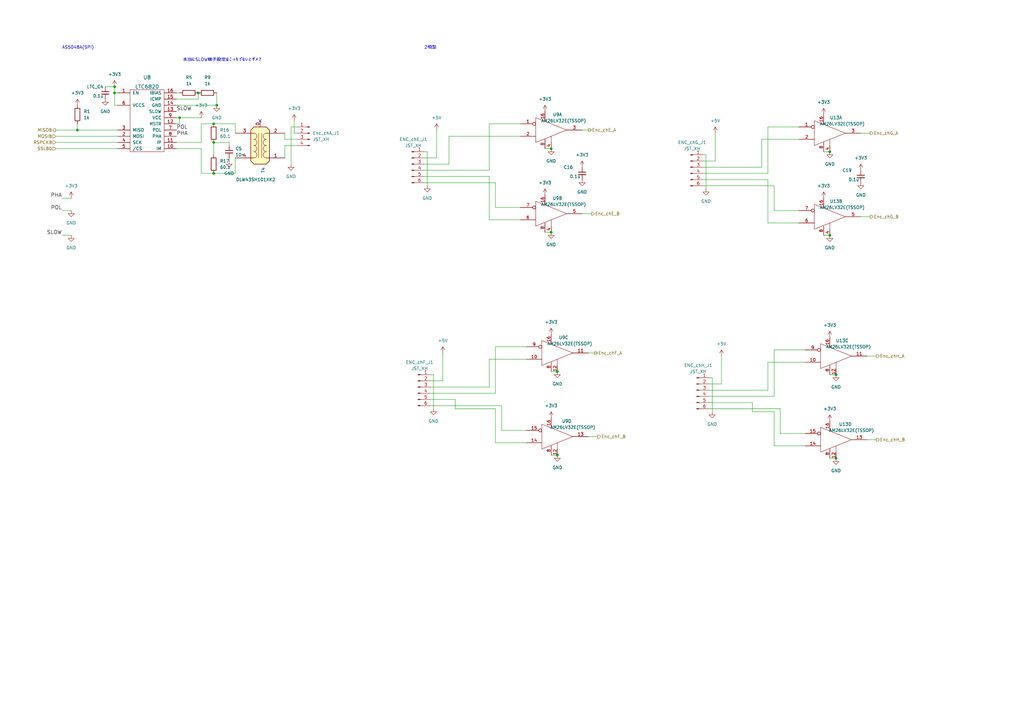
<source format=kicad_sch>
(kicad_sch (version 20211123) (generator eeschema)

  (uuid 17f75ea9-40e4-4cb0-9d85-b41cc429235a)

  (paper "A3")

  (title_block
    (title "TCB(TKG Control Board)")
    (date "2024-01-29")
    (rev "4.1")
    (company "TKG")
    (comment 1 "v2.0 単相エンコーダを削除、2相エンコーダIFを2個追加")
    (comment 2 "v4.0 2023用改訂")
  )

  (lib_symbols
    (symbol "Connector:Conn_01x04_Male" (pin_names (offset 1.016) hide) (in_bom yes) (on_board yes)
      (property "Reference" "J" (id 0) (at 0 5.08 0)
        (effects (font (size 1.27 1.27)))
      )
      (property "Value" "Conn_01x04_Male" (id 1) (at 0 -7.62 0)
        (effects (font (size 1.27 1.27)))
      )
      (property "Footprint" "" (id 2) (at 0 0 0)
        (effects (font (size 1.27 1.27)) hide)
      )
      (property "Datasheet" "~" (id 3) (at 0 0 0)
        (effects (font (size 1.27 1.27)) hide)
      )
      (property "ki_keywords" "connector" (id 4) (at 0 0 0)
        (effects (font (size 1.27 1.27)) hide)
      )
      (property "ki_description" "Generic connector, single row, 01x04, script generated (kicad-library-utils/schlib/autogen/connector/)" (id 5) (at 0 0 0)
        (effects (font (size 1.27 1.27)) hide)
      )
      (property "ki_fp_filters" "Connector*:*_1x??_*" (id 6) (at 0 0 0)
        (effects (font (size 1.27 1.27)) hide)
      )
      (symbol "Conn_01x04_Male_1_1"
        (polyline
          (pts
            (xy 1.27 -5.08)
            (xy 0.8636 -5.08)
          )
          (stroke (width 0.1524) (type default) (color 0 0 0 0))
          (fill (type none))
        )
        (polyline
          (pts
            (xy 1.27 -2.54)
            (xy 0.8636 -2.54)
          )
          (stroke (width 0.1524) (type default) (color 0 0 0 0))
          (fill (type none))
        )
        (polyline
          (pts
            (xy 1.27 0)
            (xy 0.8636 0)
          )
          (stroke (width 0.1524) (type default) (color 0 0 0 0))
          (fill (type none))
        )
        (polyline
          (pts
            (xy 1.27 2.54)
            (xy 0.8636 2.54)
          )
          (stroke (width 0.1524) (type default) (color 0 0 0 0))
          (fill (type none))
        )
        (rectangle (start 0.8636 -4.953) (end 0 -5.207)
          (stroke (width 0.1524) (type default) (color 0 0 0 0))
          (fill (type outline))
        )
        (rectangle (start 0.8636 -2.413) (end 0 -2.667)
          (stroke (width 0.1524) (type default) (color 0 0 0 0))
          (fill (type outline))
        )
        (rectangle (start 0.8636 0.127) (end 0 -0.127)
          (stroke (width 0.1524) (type default) (color 0 0 0 0))
          (fill (type outline))
        )
        (rectangle (start 0.8636 2.667) (end 0 2.413)
          (stroke (width 0.1524) (type default) (color 0 0 0 0))
          (fill (type outline))
        )
        (pin passive line (at 5.08 2.54 180) (length 3.81)
          (name "Pin_1" (effects (font (size 1.27 1.27))))
          (number "1" (effects (font (size 1.27 1.27))))
        )
        (pin passive line (at 5.08 0 180) (length 3.81)
          (name "Pin_2" (effects (font (size 1.27 1.27))))
          (number "2" (effects (font (size 1.27 1.27))))
        )
        (pin passive line (at 5.08 -2.54 180) (length 3.81)
          (name "Pin_3" (effects (font (size 1.27 1.27))))
          (number "3" (effects (font (size 1.27 1.27))))
        )
        (pin passive line (at 5.08 -5.08 180) (length 3.81)
          (name "Pin_4" (effects (font (size 1.27 1.27))))
          (number "4" (effects (font (size 1.27 1.27))))
        )
      )
    )
    (symbol "Connector:Conn_01x06_Male" (pin_names (offset 1.016) hide) (in_bom yes) (on_board yes)
      (property "Reference" "J" (id 0) (at 0 7.62 0)
        (effects (font (size 1.27 1.27)))
      )
      (property "Value" "Conn_01x06_Male" (id 1) (at 0 -10.16 0)
        (effects (font (size 1.27 1.27)))
      )
      (property "Footprint" "" (id 2) (at 0 0 0)
        (effects (font (size 1.27 1.27)) hide)
      )
      (property "Datasheet" "~" (id 3) (at 0 0 0)
        (effects (font (size 1.27 1.27)) hide)
      )
      (property "ki_keywords" "connector" (id 4) (at 0 0 0)
        (effects (font (size 1.27 1.27)) hide)
      )
      (property "ki_description" "Generic connector, single row, 01x06, script generated (kicad-library-utils/schlib/autogen/connector/)" (id 5) (at 0 0 0)
        (effects (font (size 1.27 1.27)) hide)
      )
      (property "ki_fp_filters" "Connector*:*_1x??_*" (id 6) (at 0 0 0)
        (effects (font (size 1.27 1.27)) hide)
      )
      (symbol "Conn_01x06_Male_1_1"
        (polyline
          (pts
            (xy 1.27 -7.62)
            (xy 0.8636 -7.62)
          )
          (stroke (width 0.1524) (type default) (color 0 0 0 0))
          (fill (type none))
        )
        (polyline
          (pts
            (xy 1.27 -5.08)
            (xy 0.8636 -5.08)
          )
          (stroke (width 0.1524) (type default) (color 0 0 0 0))
          (fill (type none))
        )
        (polyline
          (pts
            (xy 1.27 -2.54)
            (xy 0.8636 -2.54)
          )
          (stroke (width 0.1524) (type default) (color 0 0 0 0))
          (fill (type none))
        )
        (polyline
          (pts
            (xy 1.27 0)
            (xy 0.8636 0)
          )
          (stroke (width 0.1524) (type default) (color 0 0 0 0))
          (fill (type none))
        )
        (polyline
          (pts
            (xy 1.27 2.54)
            (xy 0.8636 2.54)
          )
          (stroke (width 0.1524) (type default) (color 0 0 0 0))
          (fill (type none))
        )
        (polyline
          (pts
            (xy 1.27 5.08)
            (xy 0.8636 5.08)
          )
          (stroke (width 0.1524) (type default) (color 0 0 0 0))
          (fill (type none))
        )
        (rectangle (start 0.8636 -7.493) (end 0 -7.747)
          (stroke (width 0.1524) (type default) (color 0 0 0 0))
          (fill (type outline))
        )
        (rectangle (start 0.8636 -4.953) (end 0 -5.207)
          (stroke (width 0.1524) (type default) (color 0 0 0 0))
          (fill (type outline))
        )
        (rectangle (start 0.8636 -2.413) (end 0 -2.667)
          (stroke (width 0.1524) (type default) (color 0 0 0 0))
          (fill (type outline))
        )
        (rectangle (start 0.8636 0.127) (end 0 -0.127)
          (stroke (width 0.1524) (type default) (color 0 0 0 0))
          (fill (type outline))
        )
        (rectangle (start 0.8636 2.667) (end 0 2.413)
          (stroke (width 0.1524) (type default) (color 0 0 0 0))
          (fill (type outline))
        )
        (rectangle (start 0.8636 5.207) (end 0 4.953)
          (stroke (width 0.1524) (type default) (color 0 0 0 0))
          (fill (type outline))
        )
        (pin passive line (at 5.08 5.08 180) (length 3.81)
          (name "Pin_1" (effects (font (size 1.27 1.27))))
          (number "1" (effects (font (size 1.27 1.27))))
        )
        (pin passive line (at 5.08 2.54 180) (length 3.81)
          (name "Pin_2" (effects (font (size 1.27 1.27))))
          (number "2" (effects (font (size 1.27 1.27))))
        )
        (pin passive line (at 5.08 0 180) (length 3.81)
          (name "Pin_3" (effects (font (size 1.27 1.27))))
          (number "3" (effects (font (size 1.27 1.27))))
        )
        (pin passive line (at 5.08 -2.54 180) (length 3.81)
          (name "Pin_4" (effects (font (size 1.27 1.27))))
          (number "4" (effects (font (size 1.27 1.27))))
        )
        (pin passive line (at 5.08 -5.08 180) (length 3.81)
          (name "Pin_5" (effects (font (size 1.27 1.27))))
          (number "5" (effects (font (size 1.27 1.27))))
        )
        (pin passive line (at 5.08 -7.62 180) (length 3.81)
          (name "Pin_6" (effects (font (size 1.27 1.27))))
          (number "6" (effects (font (size 1.27 1.27))))
        )
      )
    )
    (symbol "Device:C_Small" (pin_numbers hide) (pin_names (offset 0.254) hide) (in_bom yes) (on_board yes)
      (property "Reference" "C" (id 0) (at 0.254 1.778 0)
        (effects (font (size 1.27 1.27)) (justify left))
      )
      (property "Value" "C_Small" (id 1) (at 0.254 -2.032 0)
        (effects (font (size 1.27 1.27)) (justify left))
      )
      (property "Footprint" "" (id 2) (at 0 0 0)
        (effects (font (size 1.27 1.27)) hide)
      )
      (property "Datasheet" "~" (id 3) (at 0 0 0)
        (effects (font (size 1.27 1.27)) hide)
      )
      (property "ki_keywords" "capacitor cap" (id 4) (at 0 0 0)
        (effects (font (size 1.27 1.27)) hide)
      )
      (property "ki_description" "Unpolarized capacitor, small symbol" (id 5) (at 0 0 0)
        (effects (font (size 1.27 1.27)) hide)
      )
      (property "ki_fp_filters" "C_*" (id 6) (at 0 0 0)
        (effects (font (size 1.27 1.27)) hide)
      )
      (symbol "C_Small_0_1"
        (polyline
          (pts
            (xy -1.524 -0.508)
            (xy 1.524 -0.508)
          )
          (stroke (width 0.3302) (type default) (color 0 0 0 0))
          (fill (type none))
        )
        (polyline
          (pts
            (xy -1.524 0.508)
            (xy 1.524 0.508)
          )
          (stroke (width 0.3048) (type default) (color 0 0 0 0))
          (fill (type none))
        )
      )
      (symbol "C_Small_1_1"
        (pin passive line (at 0 2.54 270) (length 2.032)
          (name "~" (effects (font (size 1.27 1.27))))
          (number "1" (effects (font (size 1.27 1.27))))
        )
        (pin passive line (at 0 -2.54 90) (length 2.032)
          (name "~" (effects (font (size 1.27 1.27))))
          (number "2" (effects (font (size 1.27 1.27))))
        )
      )
    )
    (symbol "Device:R" (pin_numbers hide) (pin_names (offset 0)) (in_bom yes) (on_board yes)
      (property "Reference" "R" (id 0) (at 2.032 0 90)
        (effects (font (size 1.27 1.27)))
      )
      (property "Value" "R" (id 1) (at 0 0 90)
        (effects (font (size 1.27 1.27)))
      )
      (property "Footprint" "" (id 2) (at -1.778 0 90)
        (effects (font (size 1.27 1.27)) hide)
      )
      (property "Datasheet" "~" (id 3) (at 0 0 0)
        (effects (font (size 1.27 1.27)) hide)
      )
      (property "ki_keywords" "R res resistor" (id 4) (at 0 0 0)
        (effects (font (size 1.27 1.27)) hide)
      )
      (property "ki_description" "Resistor" (id 5) (at 0 0 0)
        (effects (font (size 1.27 1.27)) hide)
      )
      (property "ki_fp_filters" "R_*" (id 6) (at 0 0 0)
        (effects (font (size 1.27 1.27)) hide)
      )
      (symbol "R_0_1"
        (rectangle (start -1.016 -2.54) (end 1.016 2.54)
          (stroke (width 0.254) (type default) (color 0 0 0 0))
          (fill (type none))
        )
      )
      (symbol "R_1_1"
        (pin passive line (at 0 3.81 270) (length 1.27)
          (name "~" (effects (font (size 1.27 1.27))))
          (number "1" (effects (font (size 1.27 1.27))))
        )
        (pin passive line (at 0 -3.81 90) (length 1.27)
          (name "~" (effects (font (size 1.27 1.27))))
          (number "2" (effects (font (size 1.27 1.27))))
        )
      )
    )
    (symbol "Device:Transformer_Audio" (pin_names (offset 1.016) hide) (in_bom yes) (on_board yes)
      (property "Reference" "T" (id 0) (at 0 11.684 0)
        (effects (font (size 1.27 1.27)))
      )
      (property "Value" "Transformer_Audio" (id 1) (at 0.254 9.398 0)
        (effects (font (size 1.27 1.27)))
      )
      (property "Footprint" "" (id 2) (at 0 0 0)
        (effects (font (size 1.27 1.27)) hide)
      )
      (property "Datasheet" "~" (id 3) (at 0 0 0)
        (effects (font (size 1.27 1.27)) hide)
      )
      (property "ki_keywords" "transformer coil magnet sound" (id 4) (at 0 0 0)
        (effects (font (size 1.27 1.27)) hide)
      )
      (property "ki_description" "Audio transformer" (id 5) (at 0 0 0)
        (effects (font (size 1.27 1.27)) hide)
      )
      (symbol "Transformer_Audio_0_1"
        (arc (start -2.54 -5.0546) (mid -1.6599 -4.6901) (end -1.27 -3.81)
          (stroke (width 0) (type default) (color 0 0 0 0))
          (fill (type none))
        )
        (arc (start -2.54 -2.5146) (mid -1.6599 -2.1501) (end -1.27 -1.27)
          (stroke (width 0) (type default) (color 0 0 0 0))
          (fill (type none))
        )
        (arc (start -2.54 0.0254) (mid -1.6599 0.3899) (end -1.27 1.27)
          (stroke (width 0) (type default) (color 0 0 0 0))
          (fill (type none))
        )
        (arc (start -2.54 2.5654) (mid -1.6599 2.9299) (end -1.27 3.81)
          (stroke (width 0) (type default) (color 0 0 0 0))
          (fill (type none))
        )
        (arc (start -1.27 -3.81) (mid -1.642 -2.912) (end -2.54 -2.54)
          (stroke (width 0) (type default) (color 0 0 0 0))
          (fill (type none))
        )
        (arc (start -1.27 -1.27) (mid -1.642 -0.372) (end -2.54 0)
          (stroke (width 0) (type default) (color 0 0 0 0))
          (fill (type none))
        )
        (arc (start -1.27 1.27) (mid -1.642 2.168) (end -2.54 2.54)
          (stroke (width 0) (type default) (color 0 0 0 0))
          (fill (type none))
        )
        (arc (start -1.27 3.81) (mid -1.642 4.708) (end -2.54 5.08)
          (stroke (width 0) (type default) (color 0 0 0 0))
          (fill (type none))
        )
        (polyline
          (pts
            (xy -0.635 5.08)
            (xy -0.635 -5.08)
          )
          (stroke (width 0) (type default) (color 0 0 0 0))
          (fill (type none))
        )
        (polyline
          (pts
            (xy 0.635 -5.08)
            (xy 0.635 5.08)
          )
          (stroke (width 0) (type default) (color 0 0 0 0))
          (fill (type none))
        )
        (polyline
          (pts
            (xy -3.81 6.35)
            (xy -2.54 7.62)
            (xy 2.54 7.62)
            (xy 3.81 6.35)
            (xy 3.81 -6.35)
            (xy 2.54 -7.62)
            (xy -2.54 -7.62)
            (xy -3.81 -6.35)
            (xy -3.81 6.35)
          )
          (stroke (width 0.254) (type default) (color 0 0 0 0))
          (fill (type background))
        )
        (arc (start 1.2954 -1.27) (mid 1.6599 -2.1501) (end 2.54 -2.5146)
          (stroke (width 0) (type default) (color 0 0 0 0))
          (fill (type none))
        )
        (arc (start 1.2954 1.27) (mid 1.6599 0.3899) (end 2.54 0.0254)
          (stroke (width 0) (type default) (color 0 0 0 0))
          (fill (type none))
        )
        (arc (start 1.2954 3.81) (mid 1.6599 2.9299) (end 2.54 2.5654)
          (stroke (width 0) (type default) (color 0 0 0 0))
          (fill (type none))
        )
        (arc (start 1.3208 -3.81) (mid 1.6853 -4.6901) (end 2.5654 -5.0546)
          (stroke (width 0) (type default) (color 0 0 0 0))
          (fill (type none))
        )
        (arc (start 2.54 0) (mid 1.642 -0.372) (end 1.2954 -1.27)
          (stroke (width 0) (type default) (color 0 0 0 0))
          (fill (type none))
        )
        (arc (start 2.54 2.54) (mid 1.642 2.168) (end 1.2954 1.27)
          (stroke (width 0) (type default) (color 0 0 0 0))
          (fill (type none))
        )
        (arc (start 2.54 5.08) (mid 1.642 4.708) (end 1.2954 3.81)
          (stroke (width 0) (type default) (color 0 0 0 0))
          (fill (type none))
        )
        (arc (start 2.5654 -2.54) (mid 1.6674 -2.912) (end 1.3208 -3.81)
          (stroke (width 0) (type default) (color 0 0 0 0))
          (fill (type none))
        )
      )
      (symbol "Transformer_Audio_1_1"
        (pin input line (at 0 -10.16 90) (length 2.54)
          (name "~" (effects (font (size 1.27 1.27))))
          (number "0" (effects (font (size 1.27 1.27))))
        )
        (pin passive line (at -10.16 5.08 0) (length 7.62)
          (name "AA" (effects (font (size 1.27 1.27))))
          (number "1" (effects (font (size 1.27 1.27))))
        )
        (pin passive line (at -10.16 -5.08 0) (length 7.62)
          (name "AB" (effects (font (size 1.27 1.27))))
          (number "2" (effects (font (size 1.27 1.27))))
        )
        (pin passive line (at 10.16 -5.08 180) (length 7.62)
          (name "SA" (effects (font (size 1.27 1.27))))
          (number "3" (effects (font (size 1.27 1.27))))
        )
        (pin passive line (at 10.16 5.08 180) (length 7.62)
          (name "SB" (effects (font (size 1.27 1.27))))
          (number "4" (effects (font (size 1.27 1.27))))
        )
      )
    )
    (symbol "Interface_LineDriver:MC3486N" (pin_names (offset 1.016) hide) (in_bom yes) (on_board yes)
      (property "Reference" "U" (id 0) (at -7.62 7.62 0)
        (effects (font (size 1.27 1.27)))
      )
      (property "Value" "MC3486N" (id 1) (at 5.08 5.08 0)
        (effects (font (size 1.27 1.27)))
      )
      (property "Footprint" "Package_DIP:DIP-14_W7.62mm" (id 2) (at 0 -10.16 0)
        (effects (font (size 1.27 1.27)) hide)
      )
      (property "Datasheet" "http://www.ti.com/lit/ds/symlink/mc3486.pdf" (id 3) (at 0 0 0)
        (effects (font (size 1.27 1.27)) hide)
      )
      (property "ki_keywords" "Quadruple differential line receiver" (id 4) (at 0 0 0)
        (effects (font (size 1.27 1.27)) hide)
      )
      (property "ki_description" "Quadruple differential line receiver, SOIC-16" (id 5) (at 0 0 0)
        (effects (font (size 1.27 1.27)) hide)
      )
      (property "ki_fp_filters" "DIP*W7.62mm*" (id 6) (at 0 0 0)
        (effects (font (size 1.27 1.27)) hide)
      )
      (symbol "MC3486N_0_1"
        (polyline
          (pts
            (xy -6.35 -5.08)
            (xy 6.35 0)
          )
          (stroke (width 0) (type default) (color 0 0 0 0))
          (fill (type none))
        )
        (polyline
          (pts
            (xy -6.35 5.08)
            (xy -6.35 -5.08)
          )
          (stroke (width 0) (type default) (color 0 0 0 0))
          (fill (type none))
        )
        (polyline
          (pts
            (xy 0 -5.08)
            (xy 0 -2.54)
          )
          (stroke (width 0) (type default) (color 0 0 0 0))
          (fill (type none))
        )
        (polyline
          (pts
            (xy 6.35 0)
            (xy -6.35 5.08)
          )
          (stroke (width 0) (type default) (color 0 0 0 0))
          (fill (type none))
        )
      )
      (symbol "MC3486N_1_1"
        (pin input inverted (at -12.7 2.54 0) (length 6.35)
          (name "E-" (effects (font (size 1.27 1.27))))
          (number "1" (effects (font (size 1.27 1.27))))
        )
        (pin power_in line (at -2.54 7.62 270) (length 3.81)
          (name "VCC" (effects (font (size 1.27 1.27))))
          (number "16" (effects (font (size 1.27 1.27))))
        )
        (pin input line (at -12.7 -2.54 0) (length 6.35)
          (name "E+" (effects (font (size 1.27 1.27))))
          (number "2" (effects (font (size 1.27 1.27))))
        )
        (pin tri_state line (at 12.7 0 180) (length 6.35)
          (name "OUT" (effects (font (size 1.27 1.27))))
          (number "3" (effects (font (size 1.27 1.27))))
        )
        (pin input line (at 0 -7.62 90) (length 2.54)
          (name "ENABLE" (effects (font (size 1.27 1.27))))
          (number "4" (effects (font (size 1.27 1.27))))
        )
        (pin power_in line (at -2.54 -7.62 90) (length 3.81)
          (name "GND" (effects (font (size 1.27 1.27))))
          (number "8" (effects (font (size 1.27 1.27))))
        )
      )
      (symbol "MC3486N_2_1"
        (pin power_in line (at -2.54 7.62 270) (length 3.81)
          (name "VCC" (effects (font (size 1.27 1.27))))
          (number "16" (effects (font (size 1.27 1.27))))
        )
        (pin input line (at 0 -7.62 90) (length 2.54)
          (name "ENABLE" (effects (font (size 1.27 1.27))))
          (number "4" (effects (font (size 1.27 1.27))))
        )
        (pin tri_state line (at 12.7 0 180) (length 6.35)
          (name "OUT" (effects (font (size 1.27 1.27))))
          (number "5" (effects (font (size 1.27 1.27))))
        )
        (pin input line (at -12.7 -2.54 0) (length 6.35)
          (name "E+" (effects (font (size 1.27 1.27))))
          (number "6" (effects (font (size 1.27 1.27))))
        )
        (pin input inverted (at -12.7 2.54 0) (length 6.35)
          (name "E-" (effects (font (size 1.27 1.27))))
          (number "7" (effects (font (size 1.27 1.27))))
        )
        (pin power_in line (at -2.54 -7.62 90) (length 3.81)
          (name "GND" (effects (font (size 1.27 1.27))))
          (number "8" (effects (font (size 1.27 1.27))))
        )
      )
      (symbol "MC3486N_3_1"
        (pin input line (at -12.7 -2.54 0) (length 6.35)
          (name "E+" (effects (font (size 1.27 1.27))))
          (number "10" (effects (font (size 1.27 1.27))))
        )
        (pin tri_state line (at 12.7 0 180) (length 6.35)
          (name "OUT" (effects (font (size 1.27 1.27))))
          (number "11" (effects (font (size 1.27 1.27))))
        )
        (pin input line (at 0 -7.62 90) (length 2.54)
          (name "ENABLE" (effects (font (size 1.27 1.27))))
          (number "12" (effects (font (size 1.27 1.27))))
        )
        (pin power_in line (at -2.54 7.62 270) (length 3.81)
          (name "VCC" (effects (font (size 1.27 1.27))))
          (number "16" (effects (font (size 1.27 1.27))))
        )
        (pin power_in line (at -2.54 -7.62 90) (length 3.81)
          (name "GND" (effects (font (size 1.27 1.27))))
          (number "8" (effects (font (size 1.27 1.27))))
        )
        (pin input inverted (at -12.7 2.54 0) (length 6.35)
          (name "E-" (effects (font (size 1.27 1.27))))
          (number "9" (effects (font (size 1.27 1.27))))
        )
      )
      (symbol "MC3486N_4_1"
        (pin input line (at 0 -7.62 90) (length 2.54)
          (name "ENABLE" (effects (font (size 1.27 1.27))))
          (number "12" (effects (font (size 1.27 1.27))))
        )
        (pin tri_state line (at 12.7 0 180) (length 6.35)
          (name "OUT" (effects (font (size 1.27 1.27))))
          (number "13" (effects (font (size 1.27 1.27))))
        )
        (pin input line (at -12.7 -2.54 0) (length 6.35)
          (name "E+" (effects (font (size 1.27 1.27))))
          (number "14" (effects (font (size 1.27 1.27))))
        )
        (pin input inverted (at -12.7 2.54 0) (length 6.35)
          (name "E-" (effects (font (size 1.27 1.27))))
          (number "15" (effects (font (size 1.27 1.27))))
        )
        (pin power_in line (at -2.54 7.62 270) (length 3.81)
          (name "VCC" (effects (font (size 1.27 1.27))))
          (number "16" (effects (font (size 1.27 1.27))))
        )
        (pin power_in line (at -2.54 -7.62 90) (length 3.81)
          (name "GND" (effects (font (size 1.27 1.27))))
          (number "8" (effects (font (size 1.27 1.27))))
        )
      )
    )
    (symbol "power:+3V3" (power) (pin_names (offset 0)) (in_bom yes) (on_board yes)
      (property "Reference" "#PWR" (id 0) (at 0 -3.81 0)
        (effects (font (size 1.27 1.27)) hide)
      )
      (property "Value" "+3V3" (id 1) (at 0 3.556 0)
        (effects (font (size 1.27 1.27)))
      )
      (property "Footprint" "" (id 2) (at 0 0 0)
        (effects (font (size 1.27 1.27)) hide)
      )
      (property "Datasheet" "" (id 3) (at 0 0 0)
        (effects (font (size 1.27 1.27)) hide)
      )
      (property "ki_keywords" "power-flag" (id 4) (at 0 0 0)
        (effects (font (size 1.27 1.27)) hide)
      )
      (property "ki_description" "Power symbol creates a global label with name \"+3V3\"" (id 5) (at 0 0 0)
        (effects (font (size 1.27 1.27)) hide)
      )
      (symbol "+3V3_0_1"
        (polyline
          (pts
            (xy -0.762 1.27)
            (xy 0 2.54)
          )
          (stroke (width 0) (type default) (color 0 0 0 0))
          (fill (type none))
        )
        (polyline
          (pts
            (xy 0 0)
            (xy 0 2.54)
          )
          (stroke (width 0) (type default) (color 0 0 0 0))
          (fill (type none))
        )
        (polyline
          (pts
            (xy 0 2.54)
            (xy 0.762 1.27)
          )
          (stroke (width 0) (type default) (color 0 0 0 0))
          (fill (type none))
        )
      )
      (symbol "+3V3_1_1"
        (pin power_in line (at 0 0 90) (length 0) hide
          (name "+3V3" (effects (font (size 1.27 1.27))))
          (number "1" (effects (font (size 1.27 1.27))))
        )
      )
    )
    (symbol "power:+5V" (power) (pin_names (offset 0)) (in_bom yes) (on_board yes)
      (property "Reference" "#PWR" (id 0) (at 0 -3.81 0)
        (effects (font (size 1.27 1.27)) hide)
      )
      (property "Value" "+5V" (id 1) (at 0 3.556 0)
        (effects (font (size 1.27 1.27)))
      )
      (property "Footprint" "" (id 2) (at 0 0 0)
        (effects (font (size 1.27 1.27)) hide)
      )
      (property "Datasheet" "" (id 3) (at 0 0 0)
        (effects (font (size 1.27 1.27)) hide)
      )
      (property "ki_keywords" "power-flag" (id 4) (at 0 0 0)
        (effects (font (size 1.27 1.27)) hide)
      )
      (property "ki_description" "Power symbol creates a global label with name \"+5V\"" (id 5) (at 0 0 0)
        (effects (font (size 1.27 1.27)) hide)
      )
      (symbol "+5V_0_1"
        (polyline
          (pts
            (xy -0.762 1.27)
            (xy 0 2.54)
          )
          (stroke (width 0) (type default) (color 0 0 0 0))
          (fill (type none))
        )
        (polyline
          (pts
            (xy 0 0)
            (xy 0 2.54)
          )
          (stroke (width 0) (type default) (color 0 0 0 0))
          (fill (type none))
        )
        (polyline
          (pts
            (xy 0 2.54)
            (xy 0.762 1.27)
          )
          (stroke (width 0) (type default) (color 0 0 0 0))
          (fill (type none))
        )
      )
      (symbol "+5V_1_1"
        (pin power_in line (at 0 0 90) (length 0) hide
          (name "+5V" (effects (font (size 1.27 1.27))))
          (number "1" (effects (font (size 1.27 1.27))))
        )
      )
    )
    (symbol "power:GND" (power) (pin_names (offset 0)) (in_bom yes) (on_board yes)
      (property "Reference" "#PWR" (id 0) (at 0 -6.35 0)
        (effects (font (size 1.27 1.27)) hide)
      )
      (property "Value" "GND" (id 1) (at 0 -3.81 0)
        (effects (font (size 1.27 1.27)))
      )
      (property "Footprint" "" (id 2) (at 0 0 0)
        (effects (font (size 1.27 1.27)) hide)
      )
      (property "Datasheet" "" (id 3) (at 0 0 0)
        (effects (font (size 1.27 1.27)) hide)
      )
      (property "ki_keywords" "power-flag" (id 4) (at 0 0 0)
        (effects (font (size 1.27 1.27)) hide)
      )
      (property "ki_description" "Power symbol creates a global label with name \"GND\" , ground" (id 5) (at 0 0 0)
        (effects (font (size 1.27 1.27)) hide)
      )
      (symbol "GND_0_1"
        (polyline
          (pts
            (xy 0 0)
            (xy 0 -1.27)
            (xy 1.27 -1.27)
            (xy 0 -2.54)
            (xy -1.27 -1.27)
            (xy 0 -1.27)
          )
          (stroke (width 0) (type default) (color 0 0 0 0))
          (fill (type none))
        )
      )
      (symbol "GND_1_1"
        (pin power_in line (at 0 0 270) (length 0) hide
          (name "GND" (effects (font (size 1.27 1.27))))
          (number "1" (effects (font (size 1.27 1.27))))
        )
      )
    )
    (symbol "x_mylib:LTC6820" (pin_names (offset 1.016)) (in_bom yes) (on_board yes)
      (property "Reference" "U" (id 0) (at 5.08 -13.97 0)
        (effects (font (size 1.524 1.524)))
      )
      (property "Value" "LTC6820" (id 1) (at -1.27 16.51 0)
        (effects (font (size 1.524 1.524)))
      )
      (property "Footprint" "" (id 2) (at 0 0 0)
        (effects (font (size 1.524 1.524)) hide)
      )
      (property "Datasheet" "" (id 3) (at 0 0 0)
        (effects (font (size 1.524 1.524)) hide)
      )
      (symbol "LTC6820_0_1"
        (rectangle (start -7.62 13.97) (end 6.35 -11.43)
          (stroke (width 0) (type default) (color 0 0 0 0))
          (fill (type none))
        )
      )
      (symbol "LTC6820_1_1"
        (pin passive line (at -12.7 12.7 0) (length 5.08)
          (name "EN" (effects (font (size 1.27 1.27))))
          (number "1" (effects (font (size 1.27 1.27))))
        )
        (pin passive line (at 11.43 -10.16 180) (length 5.08)
          (name "IM" (effects (font (size 1.27 1.27))))
          (number "10" (effects (font (size 1.27 1.27))))
        )
        (pin passive line (at 11.43 -7.62 180) (length 5.08)
          (name "IP" (effects (font (size 1.27 1.27))))
          (number "11" (effects (font (size 1.27 1.27))))
        )
        (pin passive line (at 11.43 0 180) (length 5.08)
          (name "MSTR" (effects (font (size 1.27 1.27))))
          (number "12" (effects (font (size 1.27 1.27))))
        )
        (pin passive line (at 11.43 5.08 180) (length 5.08)
          (name "SLOW" (effects (font (size 1.27 1.27))))
          (number "13" (effects (font (size 1.27 1.27))))
        )
        (pin passive line (at 11.43 7.62 180) (length 5.08)
          (name "GND" (effects (font (size 1.27 1.27))))
          (number "14" (effects (font (size 1.27 1.27))))
        )
        (pin passive line (at 11.43 10.16 180) (length 5.08)
          (name "ICMP" (effects (font (size 1.27 1.27))))
          (number "15" (effects (font (size 1.27 1.27))))
        )
        (pin passive line (at 11.43 12.7 180) (length 5.08)
          (name "IBIAS" (effects (font (size 1.27 1.27))))
          (number "16" (effects (font (size 1.27 1.27))))
        )
        (pin passive line (at -12.7 -5.08 0) (length 5.08)
          (name "MOSI" (effects (font (size 1.27 1.27))))
          (number "2" (effects (font (size 1.27 1.27))))
        )
        (pin passive line (at -12.7 -2.54 0) (length 5.08)
          (name "MISO" (effects (font (size 1.27 1.27))))
          (number "3" (effects (font (size 1.27 1.27))))
        )
        (pin passive line (at -12.7 -7.62 0) (length 5.08)
          (name "SCK" (effects (font (size 1.27 1.27))))
          (number "4" (effects (font (size 1.27 1.27))))
        )
        (pin passive line (at -12.7 -10.16 0) (length 5.08)
          (name "/CS" (effects (font (size 1.27 1.27))))
          (number "5" (effects (font (size 1.27 1.27))))
        )
        (pin passive line (at -12.7 7.62 0) (length 5.08)
          (name "VCCS" (effects (font (size 1.27 1.27))))
          (number "6" (effects (font (size 1.27 1.27))))
        )
        (pin passive line (at 11.43 -2.54 180) (length 5.08)
          (name "POL" (effects (font (size 1.27 1.27))))
          (number "7" (effects (font (size 1.27 1.27))))
        )
        (pin passive line (at 11.43 -5.08 180) (length 5.08)
          (name "PHA" (effects (font (size 1.27 1.27))))
          (number "8" (effects (font (size 1.27 1.27))))
        )
        (pin passive line (at 11.43 2.54 180) (length 5.08)
          (name "VCC" (effects (font (size 1.27 1.27))))
          (number "9" (effects (font (size 1.27 1.27))))
        )
      )
    )
  )


  (junction (at 87.63 50.8) (diameter 0) (color 0 0 0 0)
    (uuid 14ae50f0-ac02-44b1-b91f-f3ce5fc0607c)
  )
  (junction (at 31.75 53.34) (diameter 0) (color 0 0 0 0)
    (uuid 3e1fe4c0-8ba6-4b22-9346-778703c0a6a8)
  )
  (junction (at 88.9 43.18) (diameter 0) (color 0 0 0 0)
    (uuid 4fa4741c-6761-4f61-97e9-f4d3959d7a81)
  )
  (junction (at 342.9 153.67) (diameter 0) (color 0 0 0 0)
    (uuid 5128f2eb-9f49-4f90-9f75-e15e8e93e914)
  )
  (junction (at 87.63 58.42) (diameter 0) (color 0 0 0 0)
    (uuid 6a213461-ad28-4a35-a392-8855979ceb5a)
  )
  (junction (at 81.28 38.1) (diameter 0) (color 0 0 0 0)
    (uuid 82f81440-aa29-42ad-bec4-bdeccfaf9ac1)
  )
  (junction (at 342.9 187.96) (diameter 0) (color 0 0 0 0)
    (uuid 8ef896fc-3701-4a66-b9eb-14f68d1e7abc)
  )
  (junction (at 87.63 71.12) (diameter 0) (color 0 0 0 0)
    (uuid 95f77e08-cfe4-47dd-8f64-124ec9ab67ee)
  )
  (junction (at 340.36 62.23) (diameter 0) (color 0 0 0 0)
    (uuid 96f8d4d4-4186-4f60-a2b6-1f5142b88e27)
  )
  (junction (at 226.06 95.25) (diameter 0) (color 0 0 0 0)
    (uuid acb2b59c-a013-4d1e-ad6a-211ccb214df6)
  )
  (junction (at 228.6 152.4) (diameter 0) (color 0 0 0 0)
    (uuid bdebde71-efc3-408c-90e0-dae46ddbb2be)
  )
  (junction (at 228.6 186.69) (diameter 0) (color 0 0 0 0)
    (uuid c934db84-f07f-4868-ba8c-9640a44635da)
  )
  (junction (at 340.36 96.52) (diameter 0) (color 0 0 0 0)
    (uuid d3976e99-e98f-482b-a277-1f9d7b1a8585)
  )
  (junction (at 46.99 35.56) (diameter 0) (color 0 0 0 0)
    (uuid d4d1a7eb-4177-429d-a128-23391a6dd274)
  )
  (junction (at 226.06 60.96) (diameter 0) (color 0 0 0 0)
    (uuid d7c90172-2542-47c9-929d-8dce2aeb6316)
  )
  (junction (at 46.99 38.1) (diameter 0) (color 0 0 0 0)
    (uuid d9a2ccf3-192f-41d3-ac0b-cab024835b9b)
  )
  (junction (at 73.66 48.26) (diameter 0) (color 0 0 0 0)
    (uuid f6e299ca-ca6e-4544-8bfd-eee04f7407bf)
  )

  (no_connect (at 106.68 49.53) (uuid e22bd34d-e49f-4d87-9314-e8c7f88472eb))

  (wire (pts (xy 312.42 57.15) (xy 327.66 57.15))
    (stroke (width 0) (type default) (color 0 0 0 0))
    (uuid 01225078-1103-475f-9034-b6fe90052985)
  )
  (wire (pts (xy 116.84 64.77) (xy 116.84 59.69))
    (stroke (width 0) (type default) (color 0 0 0 0))
    (uuid 01d87997-386a-45c2-a610-977ceff02031)
  )
  (wire (pts (xy 200.66 147.32) (xy 215.9 147.32))
    (stroke (width 0) (type default) (color 0 0 0 0))
    (uuid 038f7fff-6555-4ca5-b28b-ebcfb9a83c5a)
  )
  (wire (pts (xy 22.86 55.88) (xy 48.26 55.88))
    (stroke (width 0) (type default) (color 0 0 0 0))
    (uuid 05845e6a-8f6c-477d-9218-cc27f847ccd4)
  )
  (wire (pts (xy 353.06 88.9) (xy 356.87 88.9))
    (stroke (width 0) (type default) (color 0 0 0 0))
    (uuid 073ee7fa-b5d3-4c2e-bc11-631a542d1c30)
  )
  (wire (pts (xy 238.76 53.34) (xy 242.57 53.34))
    (stroke (width 0) (type default) (color 0 0 0 0))
    (uuid 075bc9f6-96df-4d53-b7dc-4f625f3d12fb)
  )
  (wire (pts (xy 176.53 166.37) (xy 205.74 166.37))
    (stroke (width 0) (type default) (color 0 0 0 0))
    (uuid 0a24cb73-c1c4-4acd-a049-fca5c4db0071)
  )
  (wire (pts (xy 176.53 158.75) (xy 200.66 158.75))
    (stroke (width 0) (type default) (color 0 0 0 0))
    (uuid 0b5b3688-3909-4f76-9326-deaff86a3159)
  )
  (wire (pts (xy 72.39 40.64) (xy 81.28 40.64))
    (stroke (width 0) (type default) (color 0 0 0 0))
    (uuid 0e767aa9-f703-471d-9083-1c6006e5cabd)
  )
  (wire (pts (xy 289.56 63.5) (xy 289.56 77.47))
    (stroke (width 0) (type default) (color 0 0 0 0))
    (uuid 0ef6f15b-7a34-478a-ac3d-b4ba00e3e4be)
  )
  (wire (pts (xy 290.83 162.56) (xy 317.5 162.56))
    (stroke (width 0) (type default) (color 0 0 0 0))
    (uuid 109c5239-e504-474b-b73f-b33186251eff)
  )
  (wire (pts (xy 355.6 146.05) (xy 359.41 146.05))
    (stroke (width 0) (type default) (color 0 0 0 0))
    (uuid 11864d52-e9f7-4b80-9e4c-919d2d33509d)
  )
  (wire (pts (xy 22.86 53.34) (xy 31.75 53.34))
    (stroke (width 0) (type default) (color 0 0 0 0))
    (uuid 1445b59f-7a37-44de-94a6-85b034d645a8)
  )
  (wire (pts (xy 186.69 167.64) (xy 203.2 167.64))
    (stroke (width 0) (type default) (color 0 0 0 0))
    (uuid 14c42076-3e7b-4b24-82b7-6ca3ef651d49)
  )
  (wire (pts (xy 82.55 58.42) (xy 82.55 50.8))
    (stroke (width 0) (type default) (color 0 0 0 0))
    (uuid 176e468c-4cda-418c-bd93-54cc1b663eae)
  )
  (wire (pts (xy 353.06 54.61) (xy 356.87 54.61))
    (stroke (width 0) (type default) (color 0 0 0 0))
    (uuid 17b149b7-4ac2-477f-aa85-574e469fba43)
  )
  (wire (pts (xy 177.8 153.67) (xy 177.8 167.64))
    (stroke (width 0) (type default) (color 0 0 0 0))
    (uuid 1a26b6d6-92ab-4c15-a66f-20105e27e09b)
  )
  (wire (pts (xy 203.2 161.29) (xy 203.2 142.24))
    (stroke (width 0) (type default) (color 0 0 0 0))
    (uuid 1d7a4e8a-55df-4a21-95b9-8cde9ac6cfff)
  )
  (wire (pts (xy 46.99 43.18) (xy 48.26 43.18))
    (stroke (width 0) (type default) (color 0 0 0 0))
    (uuid 267fbda5-87de-44ea-98c8-45f932c3c257)
  )
  (wire (pts (xy 22.86 58.42) (xy 48.26 58.42))
    (stroke (width 0) (type default) (color 0 0 0 0))
    (uuid 286575f2-f686-4b26-829d-56affa326ade)
  )
  (wire (pts (xy 317.5 168.91) (xy 317.5 182.88))
    (stroke (width 0) (type default) (color 0 0 0 0))
    (uuid 2f36613b-ed26-46a9-a9f6-da4bf0bc7541)
  )
  (wire (pts (xy 288.29 71.12) (xy 314.96 71.12))
    (stroke (width 0) (type default) (color 0 0 0 0))
    (uuid 320ec912-03fb-429d-8c55-6d2fb807a614)
  )
  (wire (pts (xy 119.38 67.31) (xy 119.38 52.07))
    (stroke (width 0) (type default) (color 0 0 0 0))
    (uuid 3358b0c8-e711-484d-b519-694dcb4e73ac)
  )
  (wire (pts (xy 203.2 85.09) (xy 213.36 85.09))
    (stroke (width 0) (type default) (color 0 0 0 0))
    (uuid 346418ce-1fb4-4690-9072-73f9afcac8f8)
  )
  (wire (pts (xy 312.42 68.58) (xy 312.42 57.15))
    (stroke (width 0) (type default) (color 0 0 0 0))
    (uuid 347c4f9b-274c-49a4-8590-fbf62ecf7839)
  )
  (wire (pts (xy 25.4 81.28) (xy 29.21 81.28))
    (stroke (width 0) (type default) (color 0 0 0 0))
    (uuid 3524bf23-6e5c-4159-a39e-2bc4d4dc1bcd)
  )
  (wire (pts (xy 73.66 48.26) (xy 82.55 48.26))
    (stroke (width 0) (type default) (color 0 0 0 0))
    (uuid 37592355-d93e-4447-a1a7-e4f04ad849ae)
  )
  (wire (pts (xy 173.99 74.93) (xy 203.2 74.93))
    (stroke (width 0) (type default) (color 0 0 0 0))
    (uuid 3a999bdd-ffca-49db-90f0-1b08b2c65a7c)
  )
  (wire (pts (xy 46.99 35.56) (xy 46.99 38.1))
    (stroke (width 0) (type default) (color 0 0 0 0))
    (uuid 3c60af33-e1ff-40fe-bb01-4011551008f8)
  )
  (wire (pts (xy 87.63 71.12) (xy 96.52 71.12))
    (stroke (width 0) (type default) (color 0 0 0 0))
    (uuid 3d53871b-0127-456d-8031-b385a7a7df13)
  )
  (wire (pts (xy 292.1 154.94) (xy 292.1 168.91))
    (stroke (width 0) (type default) (color 0 0 0 0))
    (uuid 3d64f64a-1070-45c1-8ca9-0b5499e0a740)
  )
  (wire (pts (xy 314.96 91.44) (xy 327.66 91.44))
    (stroke (width 0) (type default) (color 0 0 0 0))
    (uuid 3e0a5bf7-2dab-4ca6-8743-a924c8697589)
  )
  (wire (pts (xy 290.83 160.02) (xy 314.96 160.02))
    (stroke (width 0) (type default) (color 0 0 0 0))
    (uuid 3e3ecde6-3cd8-4c3f-ac90-c016769f0716)
  )
  (wire (pts (xy 200.66 90.17) (xy 213.36 90.17))
    (stroke (width 0) (type default) (color 0 0 0 0))
    (uuid 3ef7afae-6826-41ac-a364-ea00ba22a121)
  )
  (wire (pts (xy 317.5 162.56) (xy 317.5 143.51))
    (stroke (width 0) (type default) (color 0 0 0 0))
    (uuid 429dd6f4-7935-4d42-b58a-3b42b99a5764)
  )
  (wire (pts (xy 175.26 62.23) (xy 175.26 76.2))
    (stroke (width 0) (type default) (color 0 0 0 0))
    (uuid 472f3dcd-a6aa-4767-8066-ec7e90935e49)
  )
  (wire (pts (xy 25.4 96.52) (xy 29.21 96.52))
    (stroke (width 0) (type default) (color 0 0 0 0))
    (uuid 4b81b32c-03ba-4ba8-a0bc-29efd1ae6df1)
  )
  (wire (pts (xy 223.52 60.96) (xy 226.06 60.96))
    (stroke (width 0) (type default) (color 0 0 0 0))
    (uuid 4ddb15d0-d258-455e-86fe-178db78843e0)
  )
  (wire (pts (xy 96.52 64.77) (xy 96.52 71.12))
    (stroke (width 0) (type default) (color 0 0 0 0))
    (uuid 4e01c1e4-1c88-42b6-9112-74611461e35b)
  )
  (wire (pts (xy 205.74 176.53) (xy 215.9 176.53))
    (stroke (width 0) (type default) (color 0 0 0 0))
    (uuid 5539daaa-eeef-4cd5-a537-d1050695f5f2)
  )
  (wire (pts (xy 82.55 71.12) (xy 87.63 71.12))
    (stroke (width 0) (type default) (color 0 0 0 0))
    (uuid 56588c91-e3ca-4ae8-b9a3-701131d977da)
  )
  (wire (pts (xy 200.66 69.85) (xy 200.66 50.8))
    (stroke (width 0) (type default) (color 0 0 0 0))
    (uuid 56af7570-1ecc-4fb9-82cd-42b489633e65)
  )
  (wire (pts (xy 314.96 52.07) (xy 327.66 52.07))
    (stroke (width 0) (type default) (color 0 0 0 0))
    (uuid 5ba4d5d3-7dec-42a3-8b1a-a55a77d17249)
  )
  (wire (pts (xy 337.82 96.52) (xy 340.36 96.52))
    (stroke (width 0) (type default) (color 0 0 0 0))
    (uuid 5fae4b56-a5da-4bd5-9160-c2d3c532d4df)
  )
  (wire (pts (xy 238.76 87.63) (xy 242.57 87.63))
    (stroke (width 0) (type default) (color 0 0 0 0))
    (uuid 60aa4c97-a07c-42d3-b389-324e841834b2)
  )
  (wire (pts (xy 72.39 48.26) (xy 73.66 48.26))
    (stroke (width 0) (type default) (color 0 0 0 0))
    (uuid 614d54c0-5c87-4d64-93f8-4ca40244b687)
  )
  (wire (pts (xy 320.04 177.8) (xy 330.2 177.8))
    (stroke (width 0) (type default) (color 0 0 0 0))
    (uuid 6203cbe8-860d-470d-9f3d-4087fb486e77)
  )
  (wire (pts (xy 340.36 153.67) (xy 342.9 153.67))
    (stroke (width 0) (type default) (color 0 0 0 0))
    (uuid 625eee9b-c52a-4aa0-b87d-851cb7a58a98)
  )
  (wire (pts (xy 31.75 50.8) (xy 31.75 53.34))
    (stroke (width 0) (type default) (color 0 0 0 0))
    (uuid 6950f25f-6be8-4a8e-9d7a-90c87a4e9ff6)
  )
  (wire (pts (xy 293.37 54.61) (xy 293.37 66.04))
    (stroke (width 0) (type default) (color 0 0 0 0))
    (uuid 6a25f092-e23b-48d8-b12f-28d1035db3b9)
  )
  (wire (pts (xy 184.15 55.88) (xy 213.36 55.88))
    (stroke (width 0) (type default) (color 0 0 0 0))
    (uuid 6aa08671-06cf-4cd0-a209-0acb169fe7ef)
  )
  (wire (pts (xy 186.69 167.64) (xy 186.69 163.83))
    (stroke (width 0) (type default) (color 0 0 0 0))
    (uuid 714de0c2-ef28-4b71-a435-5167062fc3a9)
  )
  (wire (pts (xy 320.04 167.64) (xy 320.04 177.8))
    (stroke (width 0) (type default) (color 0 0 0 0))
    (uuid 732bb24b-bd8b-4f42-8e1a-69b2e70bb16a)
  )
  (wire (pts (xy 120.65 54.61) (xy 121.92 54.61))
    (stroke (width 0) (type default) (color 0 0 0 0))
    (uuid 74838567-6559-43a8-bf3e-cda8adedb7ca)
  )
  (wire (pts (xy 288.29 68.58) (xy 312.42 68.58))
    (stroke (width 0) (type default) (color 0 0 0 0))
    (uuid 74e7a217-d206-48dc-aa2a-fadc15433996)
  )
  (wire (pts (xy 241.3 144.78) (xy 245.11 144.78))
    (stroke (width 0) (type default) (color 0 0 0 0))
    (uuid 76773c15-01db-434d-8446-893f4e84b4cc)
  )
  (wire (pts (xy 340.36 187.96) (xy 342.9 187.96))
    (stroke (width 0) (type default) (color 0 0 0 0))
    (uuid 7713a638-b0e8-4bbd-b887-b6986e39b4c6)
  )
  (wire (pts (xy 176.53 153.67) (xy 177.8 153.67))
    (stroke (width 0) (type default) (color 0 0 0 0))
    (uuid 7af54f2b-c168-4286-bd98-5c89ff2dc736)
  )
  (wire (pts (xy 120.65 49.53) (xy 120.65 54.61))
    (stroke (width 0) (type default) (color 0 0 0 0))
    (uuid 7c329e02-e112-4ad9-bd39-5496ad1a8308)
  )
  (wire (pts (xy 241.3 179.07) (xy 245.11 179.07))
    (stroke (width 0) (type default) (color 0 0 0 0))
    (uuid 7c91d382-fa0e-4972-a5cb-51f354c8c4f9)
  )
  (wire (pts (xy 116.84 57.15) (xy 116.84 54.61))
    (stroke (width 0) (type default) (color 0 0 0 0))
    (uuid 7cc86945-8403-4a50-bacf-f23c0e596442)
  )
  (wire (pts (xy 93.98 64.77) (xy 93.98 66.04))
    (stroke (width 0) (type default) (color 0 0 0 0))
    (uuid 7f291c95-ba3c-4760-bbf5-66aad54630c1)
  )
  (wire (pts (xy 288.29 66.04) (xy 293.37 66.04))
    (stroke (width 0) (type default) (color 0 0 0 0))
    (uuid 8283f865-16c1-4ef7-8f6a-9e22f675d300)
  )
  (wire (pts (xy 72.39 43.18) (xy 88.9 43.18))
    (stroke (width 0) (type default) (color 0 0 0 0))
    (uuid 8292f6ad-bc28-4bee-969d-f82c8ece81b4)
  )
  (wire (pts (xy 31.75 53.34) (xy 48.26 53.34))
    (stroke (width 0) (type default) (color 0 0 0 0))
    (uuid 86ef616c-d6d2-4f1f-bd69-35237fa4da0a)
  )
  (wire (pts (xy 317.5 86.36) (xy 327.66 86.36))
    (stroke (width 0) (type default) (color 0 0 0 0))
    (uuid 88952589-7248-4754-9a6f-62468ab36d05)
  )
  (wire (pts (xy 314.96 73.66) (xy 314.96 91.44))
    (stroke (width 0) (type default) (color 0 0 0 0))
    (uuid 88f2ff90-fe23-43bf-a44f-4d2b25d665fb)
  )
  (wire (pts (xy 46.99 38.1) (xy 46.99 43.18))
    (stroke (width 0) (type default) (color 0 0 0 0))
    (uuid 89fb6404-0b82-4081-97f0-9eea7c00d9c2)
  )
  (wire (pts (xy 355.6 180.34) (xy 359.41 180.34))
    (stroke (width 0) (type default) (color 0 0 0 0))
    (uuid 8a094afd-8476-4b10-bed8-bb1dbbe7bf23)
  )
  (wire (pts (xy 295.91 146.05) (xy 295.91 157.48))
    (stroke (width 0) (type default) (color 0 0 0 0))
    (uuid 8bc2946f-0262-4e45-984c-1d6c24af9370)
  )
  (wire (pts (xy 288.29 73.66) (xy 314.96 73.66))
    (stroke (width 0) (type default) (color 0 0 0 0))
    (uuid 8c9b3861-7f2d-48c1-95a1-396e546b9709)
  )
  (wire (pts (xy 200.66 72.39) (xy 200.66 90.17))
    (stroke (width 0) (type default) (color 0 0 0 0))
    (uuid 8cdad543-34b9-4731-a143-f38dfbb840b6)
  )
  (wire (pts (xy 176.53 161.29) (xy 203.2 161.29))
    (stroke (width 0) (type default) (color 0 0 0 0))
    (uuid 8ea2e9cd-823e-4161-9bbe-102f49c0e9d4)
  )
  (wire (pts (xy 87.63 58.42) (xy 87.63 63.5))
    (stroke (width 0) (type default) (color 0 0 0 0))
    (uuid 8eef163c-de08-4bf8-b571-e602077a7249)
  )
  (wire (pts (xy 179.07 53.34) (xy 179.07 64.77))
    (stroke (width 0) (type default) (color 0 0 0 0))
    (uuid 8fdc6916-134b-4632-9aa9-d758d5246534)
  )
  (wire (pts (xy 176.53 163.83) (xy 186.69 163.83))
    (stroke (width 0) (type default) (color 0 0 0 0))
    (uuid 901cb80e-01cb-4889-a9fa-cb8212e11db2)
  )
  (wire (pts (xy 22.86 60.96) (xy 48.26 60.96))
    (stroke (width 0) (type default) (color 0 0 0 0))
    (uuid 90227ee4-1b3d-406b-a99f-ddb90d9c6bee)
  )
  (wire (pts (xy 181.61 144.78) (xy 181.61 156.21))
    (stroke (width 0) (type default) (color 0 0 0 0))
    (uuid 91389a52-227f-4400-8a5a-72acf731590c)
  )
  (wire (pts (xy 205.74 166.37) (xy 205.74 176.53))
    (stroke (width 0) (type default) (color 0 0 0 0))
    (uuid 98ebecf0-c9fc-4f71-8de4-fb5c25d87ed5)
  )
  (wire (pts (xy 116.84 59.69) (xy 121.92 59.69))
    (stroke (width 0) (type default) (color 0 0 0 0))
    (uuid 9c04189e-88e4-450d-ad6e-e780f61565c2)
  )
  (wire (pts (xy 337.82 62.23) (xy 340.36 62.23))
    (stroke (width 0) (type default) (color 0 0 0 0))
    (uuid 9d5311e4-5794-4c39-8e91-e0843a0dd8e8)
  )
  (wire (pts (xy 87.63 50.8) (xy 96.52 50.8))
    (stroke (width 0) (type default) (color 0 0 0 0))
    (uuid 9daddeaa-fa0e-4f01-af66-cb261a2d8626)
  )
  (wire (pts (xy 72.39 60.96) (xy 82.55 60.96))
    (stroke (width 0) (type default) (color 0 0 0 0))
    (uuid a05682db-b7d6-4be1-aa2d-5daae816c0e3)
  )
  (wire (pts (xy 288.29 63.5) (xy 289.56 63.5))
    (stroke (width 0) (type default) (color 0 0 0 0))
    (uuid a288d8b7-841b-4d00-9ace-7aaf42143d9b)
  )
  (wire (pts (xy 173.99 67.31) (xy 184.15 67.31))
    (stroke (width 0) (type default) (color 0 0 0 0))
    (uuid a3982ba2-04cc-4c6f-b487-a60a06a792ad)
  )
  (wire (pts (xy 290.83 157.48) (xy 295.91 157.48))
    (stroke (width 0) (type default) (color 0 0 0 0))
    (uuid a415e356-44d6-490e-b1c0-1b00219c8681)
  )
  (wire (pts (xy 203.2 142.24) (xy 215.9 142.24))
    (stroke (width 0) (type default) (color 0 0 0 0))
    (uuid a4a23254-ade4-4386-836b-93b3b32a56ec)
  )
  (wire (pts (xy 203.2 181.61) (xy 215.9 181.61))
    (stroke (width 0) (type default) (color 0 0 0 0))
    (uuid a5256796-f910-4fd1-bf91-cbff971e6606)
  )
  (wire (pts (xy 73.66 50.8) (xy 72.39 50.8))
    (stroke (width 0) (type default) (color 0 0 0 0))
    (uuid ad6427b2-df9f-4d0f-80ff-a4ae41ea463c)
  )
  (wire (pts (xy 203.2 167.64) (xy 203.2 181.61))
    (stroke (width 0) (type default) (color 0 0 0 0))
    (uuid affa8d39-83ac-443f-a72f-f3faa9aa46a3)
  )
  (wire (pts (xy 314.96 160.02) (xy 314.96 148.59))
    (stroke (width 0) (type default) (color 0 0 0 0))
    (uuid b0125ee5-dde8-41b6-bce9-0e740851336a)
  )
  (wire (pts (xy 223.52 95.25) (xy 226.06 95.25))
    (stroke (width 0) (type default) (color 0 0 0 0))
    (uuid b73c18ad-c7e6-4864-a1cb-0272fc3424e4)
  )
  (wire (pts (xy 72.39 38.1) (xy 73.66 38.1))
    (stroke (width 0) (type default) (color 0 0 0 0))
    (uuid b73de16b-f8a9-4c6b-8a41-5456a1e0efef)
  )
  (wire (pts (xy 290.83 167.64) (xy 320.04 167.64))
    (stroke (width 0) (type default) (color 0 0 0 0))
    (uuid b77aa390-a35c-4a3f-8145-98a2ed6913c3)
  )
  (wire (pts (xy 173.99 62.23) (xy 175.26 62.23))
    (stroke (width 0) (type default) (color 0 0 0 0))
    (uuid b7ef07b5-b067-48a8-a6e7-45853285f2f0)
  )
  (wire (pts (xy 173.99 69.85) (xy 200.66 69.85))
    (stroke (width 0) (type default) (color 0 0 0 0))
    (uuid bc04c9b0-19db-4977-b5b8-4dba624bde73)
  )
  (wire (pts (xy 119.38 52.07) (xy 121.92 52.07))
    (stroke (width 0) (type default) (color 0 0 0 0))
    (uuid bff7c21f-55cf-47bb-9fb9-d36e86815353)
  )
  (wire (pts (xy 25.4 86.36) (xy 29.21 86.36))
    (stroke (width 0) (type default) (color 0 0 0 0))
    (uuid c41247c4-b1c5-4497-8dcf-a68766e46996)
  )
  (wire (pts (xy 121.92 57.15) (xy 116.84 57.15))
    (stroke (width 0) (type default) (color 0 0 0 0))
    (uuid c80d7768-364a-4c9f-b72a-729ced3ee7ba)
  )
  (wire (pts (xy 82.55 50.8) (xy 87.63 50.8))
    (stroke (width 0) (type default) (color 0 0 0 0))
    (uuid c878386c-6e7b-49b7-91f7-64275452dce5)
  )
  (wire (pts (xy 46.99 35.56) (xy 43.18 35.56))
    (stroke (width 0) (type default) (color 0 0 0 0))
    (uuid c8f1ed54-7b15-4c75-89a4-7798fe24d9c3)
  )
  (wire (pts (xy 288.29 76.2) (xy 317.5 76.2))
    (stroke (width 0) (type default) (color 0 0 0 0))
    (uuid c92377ab-a957-42df-8dbe-250da59023a6)
  )
  (wire (pts (xy 81.28 40.64) (xy 81.28 38.1))
    (stroke (width 0) (type default) (color 0 0 0 0))
    (uuid c94154f6-2a7c-47a2-9666-0dda61b8478b)
  )
  (wire (pts (xy 290.83 154.94) (xy 292.1 154.94))
    (stroke (width 0) (type default) (color 0 0 0 0))
    (uuid c9dad1b7-0803-4783-811a-877530808c25)
  )
  (wire (pts (xy 317.5 182.88) (xy 330.2 182.88))
    (stroke (width 0) (type default) (color 0 0 0 0))
    (uuid ced3f35a-5467-4ab6-9e03-d5f0984f130b)
  )
  (wire (pts (xy 184.15 55.88) (xy 184.15 67.31))
    (stroke (width 0) (type default) (color 0 0 0 0))
    (uuid d008fe6f-6e8e-4423-91ea-f9fd3831cc65)
  )
  (wire (pts (xy 317.5 76.2) (xy 317.5 86.36))
    (stroke (width 0) (type default) (color 0 0 0 0))
    (uuid d9ca176b-18e8-4eeb-8f4a-11bc9f0abd3a)
  )
  (wire (pts (xy 72.39 58.42) (xy 82.55 58.42))
    (stroke (width 0) (type default) (color 0 0 0 0))
    (uuid d9d08cb1-bdab-4fcf-b612-222d3dfb1115)
  )
  (wire (pts (xy 308.61 168.91) (xy 308.61 165.1))
    (stroke (width 0) (type default) (color 0 0 0 0))
    (uuid dcb2af9d-4b0b-41b6-9ec8-d46a223ed13a)
  )
  (wire (pts (xy 226.06 152.4) (xy 228.6 152.4))
    (stroke (width 0) (type default) (color 0 0 0 0))
    (uuid dcebdc62-7069-4b38-b2e0-d2fa1a12f27a)
  )
  (wire (pts (xy 88.9 43.18) (xy 88.9 38.1))
    (stroke (width 0) (type default) (color 0 0 0 0))
    (uuid de9089de-6c60-4b0e-ae0b-27a7fcf1a4a0)
  )
  (wire (pts (xy 314.96 71.12) (xy 314.96 52.07))
    (stroke (width 0) (type default) (color 0 0 0 0))
    (uuid e09df7e8-f890-443f-875f-b330315069e5)
  )
  (wire (pts (xy 200.66 158.75) (xy 200.66 147.32))
    (stroke (width 0) (type default) (color 0 0 0 0))
    (uuid e18e0c20-0851-4bd6-ae5e-2f9ed7e72221)
  )
  (wire (pts (xy 200.66 50.8) (xy 213.36 50.8))
    (stroke (width 0) (type default) (color 0 0 0 0))
    (uuid e24d0756-1ff6-4f31-b374-5b4162246a7c)
  )
  (wire (pts (xy 226.06 186.69) (xy 228.6 186.69))
    (stroke (width 0) (type default) (color 0 0 0 0))
    (uuid e403fa8f-267c-4c3c-91b1-d015a271c93a)
  )
  (wire (pts (xy 96.52 50.8) (xy 96.52 54.61))
    (stroke (width 0) (type default) (color 0 0 0 0))
    (uuid e4224b68-96fc-48a4-8fbc-e06d1f2feeec)
  )
  (wire (pts (xy 73.66 48.26) (xy 73.66 50.8))
    (stroke (width 0) (type default) (color 0 0 0 0))
    (uuid e4c0b676-e47e-4b2c-bde8-1780917685fa)
  )
  (wire (pts (xy 87.63 58.42) (xy 93.98 58.42))
    (stroke (width 0) (type default) (color 0 0 0 0))
    (uuid e4cb8312-b40b-433a-a74b-89a3bfdef7e9)
  )
  (wire (pts (xy 82.55 60.96) (xy 82.55 71.12))
    (stroke (width 0) (type default) (color 0 0 0 0))
    (uuid e6524cf8-c8db-4667-952b-3413fb22ea0d)
  )
  (wire (pts (xy 173.99 64.77) (xy 179.07 64.77))
    (stroke (width 0) (type default) (color 0 0 0 0))
    (uuid eab1dd5c-5e76-45b4-b43a-4347deeb1ada)
  )
  (wire (pts (xy 176.53 156.21) (xy 181.61 156.21))
    (stroke (width 0) (type default) (color 0 0 0 0))
    (uuid ec221aeb-36da-4b0e-9a84-922b0885c95e)
  )
  (wire (pts (xy 314.96 148.59) (xy 330.2 148.59))
    (stroke (width 0) (type default) (color 0 0 0 0))
    (uuid ec3375e3-8fad-49e1-a3db-6ab22004d75d)
  )
  (wire (pts (xy 203.2 74.93) (xy 203.2 85.09))
    (stroke (width 0) (type default) (color 0 0 0 0))
    (uuid ec9a8226-e3b5-4b11-bafc-43aa88646fd6)
  )
  (wire (pts (xy 46.99 38.1) (xy 48.26 38.1))
    (stroke (width 0) (type default) (color 0 0 0 0))
    (uuid ee7586ef-1315-4891-8916-11a932097def)
  )
  (wire (pts (xy 93.98 59.69) (xy 93.98 58.42))
    (stroke (width 0) (type default) (color 0 0 0 0))
    (uuid f0607ee8-3d23-4bc1-aba1-1edee6ab19eb)
  )
  (wire (pts (xy 173.99 72.39) (xy 200.66 72.39))
    (stroke (width 0) (type default) (color 0 0 0 0))
    (uuid f4ff3bd6-b658-4537-beff-9cb86820b135)
  )
  (wire (pts (xy 308.61 168.91) (xy 317.5 168.91))
    (stroke (width 0) (type default) (color 0 0 0 0))
    (uuid f9d64295-db5e-4878-8aae-a14741e6171b)
  )
  (wire (pts (xy 317.5 143.51) (xy 330.2 143.51))
    (stroke (width 0) (type default) (color 0 0 0 0))
    (uuid fe243e52-71b9-41b2-9895-f0cf29014bc2)
  )
  (wire (pts (xy 290.83 165.1) (xy 308.61 165.1))
    (stroke (width 0) (type default) (color 0 0 0 0))
    (uuid fed5fa6c-d4e6-4587-b109-4bc1a1dcfd8f)
  )

  (text "2相型" (at 173.99 20.32 0)
    (effects (font (size 1.27 1.27)) (justify left bottom))
    (uuid 4da17c1d-7ffd-4c88-8085-ffcd0ff0648e)
  )
  (text "AS5048A(SPI)" (at 25.4 20.32 0)
    (effects (font (size 1.27 1.27)) (justify left bottom))
    (uuid 8d12a1ed-abf9-4d20-ad0a-8b6052474ab6)
  )
  (text "本当にSLOW端子設定はこっちでないとダメ？" (at 74.93 25.4 0)
    (effects (font (size 1.27 1.27)) (justify left bottom))
    (uuid 9cd219fb-8aac-4ac1-8041-f818cf92d64b)
  )

  (label "SLOW" (at 72.39 45.72 0)
    (effects (font (size 1.524 1.524)) (justify left bottom))
    (uuid 0300ba17-4f2f-4ef4-99af-cc4f71429f66)
  )
  (label "POL" (at 25.4 86.36 180)
    (effects (font (size 1.524 1.524)) (justify right bottom))
    (uuid 05447300-2cae-47d0-9e52-115f355a256a)
  )
  (label "SLOW" (at 25.4 96.52 180)
    (effects (font (size 1.524 1.524)) (justify right bottom))
    (uuid 2dcc7435-e751-4e16-8fe7-00685d47da2b)
  )
  (label "POL" (at 72.39 53.34 0)
    (effects (font (size 1.524 1.524)) (justify left bottom))
    (uuid 98a64ff4-4ec6-48a3-a279-739c9ea08c7e)
  )
  (label "PHA" (at 25.4 81.28 180)
    (effects (font (size 1.524 1.524)) (justify right bottom))
    (uuid c43fac0e-9a60-4820-b049-b276b2e73e56)
  )
  (label "PHA" (at 72.39 55.88 0)
    (effects (font (size 1.524 1.524)) (justify left bottom))
    (uuid d00e8c7b-0903-48f6-ab7f-579efbe0c1ed)
  )

  (hierarchical_label "Enc_chH_B" (shape output) (at 359.41 180.34 0)
    (effects (font (size 1.27 1.27)) (justify left))
    (uuid 18726aba-5637-4057-a10a-420957ac34b4)
  )
  (hierarchical_label "Enc_chF_B" (shape output) (at 245.11 179.07 0)
    (effects (font (size 1.27 1.27)) (justify left))
    (uuid 1c941456-9594-41b7-a565-6e542b3eae80)
  )
  (hierarchical_label "SSLB0" (shape input) (at 22.86 60.96 180)
    (effects (font (size 1.27 1.27)) (justify right))
    (uuid 222a75de-60dd-4739-9c64-bea6a5f6d5eb)
  )
  (hierarchical_label "Enc_chH_A" (shape output) (at 359.41 146.05 0)
    (effects (font (size 1.27 1.27)) (justify left))
    (uuid 3f55547a-5057-4674-834c-6408f10382f2)
  )
  (hierarchical_label "Enc_chF_A" (shape output) (at 243.84 144.78 0)
    (effects (font (size 1.27 1.27)) (justify left))
    (uuid 50d7d854-9650-406b-b231-5aafbcefe994)
  )
  (hierarchical_label "Enc_chE_A" (shape output) (at 241.3 53.34 0)
    (effects (font (size 1.27 1.27)) (justify left))
    (uuid 724a8012-204e-4fc0-8cd4-6bf2c1e604bf)
  )
  (hierarchical_label "RSPCKB" (shape input) (at 22.86 58.42 180)
    (effects (font (size 1.27 1.27)) (justify right))
    (uuid 91e32cc3-4b17-4a0f-84b2-d1e85c47ba7f)
  )
  (hierarchical_label "MISOB" (shape output) (at 22.86 53.34 180)
    (effects (font (size 1.27 1.27)) (justify right))
    (uuid 9366997b-6d3c-4d08-a1a5-90b144bad31a)
  )
  (hierarchical_label "Enc_chE_B" (shape output) (at 242.57 87.63 0)
    (effects (font (size 1.27 1.27)) (justify left))
    (uuid ae8d9679-1ea6-42d5-b94d-003ee35977ef)
  )
  (hierarchical_label "MOSIB" (shape input) (at 22.86 55.88 180)
    (effects (font (size 1.27 1.27)) (justify right))
    (uuid b23f5286-fa6f-4790-b24c-91fe58b5c09b)
  )
  (hierarchical_label "Enc_chG_A" (shape output) (at 356.87 54.61 0)
    (effects (font (size 1.27 1.27)) (justify left))
    (uuid c1f11611-4230-40cc-838b-08d978616928)
  )
  (hierarchical_label "Enc_chG_B" (shape output) (at 356.87 88.9 0)
    (effects (font (size 1.27 1.27)) (justify left))
    (uuid e65a472a-b22a-43f6-88e7-a4203f518f9f)
  )

  (symbol (lib_id "power:GND") (at 226.06 60.96 0) (unit 1)
    (in_bom yes) (on_board yes) (fields_autoplaced)
    (uuid 072b2ef9-0cb7-47b4-801e-a5217a008b6f)
    (property "Reference" "#PWR016" (id 0) (at 226.06 67.31 0)
      (effects (font (size 1.27 1.27)) hide)
    )
    (property "Value" "GND" (id 1) (at 226.06 66.04 0))
    (property "Footprint" "" (id 2) (at 226.06 60.96 0)
      (effects (font (size 1.27 1.27)) hide)
    )
    (property "Datasheet" "" (id 3) (at 226.06 60.96 0)
      (effects (font (size 1.27 1.27)) hide)
    )
    (pin "1" (uuid 5d6e0536-c1ff-4a7c-bb22-912db2c773d6))
  )

  (symbol (lib_id "power:GND") (at 228.6 186.69 0) (unit 1)
    (in_bom yes) (on_board yes) (fields_autoplaced)
    (uuid 0aa5a996-c59e-445e-99dc-a5d0b53b1da9)
    (property "Reference" "#PWR021" (id 0) (at 228.6 193.04 0)
      (effects (font (size 1.27 1.27)) hide)
    )
    (property "Value" "GND" (id 1) (at 228.6 191.77 0))
    (property "Footprint" "" (id 2) (at 228.6 186.69 0)
      (effects (font (size 1.27 1.27)) hide)
    )
    (property "Datasheet" "" (id 3) (at 228.6 186.69 0)
      (effects (font (size 1.27 1.27)) hide)
    )
    (pin "1" (uuid 64bda7a1-ab9c-4417-98b1-198bc3e93b3e))
  )

  (symbol (lib_id "power:+3V3") (at 120.65 49.53 0) (unit 1)
    (in_bom yes) (on_board yes) (fields_autoplaced)
    (uuid 13af7a31-81ed-42e6-ae60-9c2754c1997e)
    (property "Reference" "#PWR0121" (id 0) (at 120.65 53.34 0)
      (effects (font (size 1.27 1.27)) hide)
    )
    (property "Value" "+3V3" (id 1) (at 120.65 44.45 0))
    (property "Footprint" "" (id 2) (at 120.65 49.53 0)
      (effects (font (size 1.27 1.27)) hide)
    )
    (property "Datasheet" "" (id 3) (at 120.65 49.53 0)
      (effects (font (size 1.27 1.27)) hide)
    )
    (pin "1" (uuid 2cf74c53-e17c-4bcd-9908-eea20350e6b5))
  )

  (symbol (lib_id "power:+5V") (at 179.07 53.34 0) (unit 1)
    (in_bom yes) (on_board yes) (fields_autoplaced)
    (uuid 167ceb55-3b35-45b5-80a3-1286be559787)
    (property "Reference" "#PWR06" (id 0) (at 179.07 57.15 0)
      (effects (font (size 1.27 1.27)) hide)
    )
    (property "Value" "+5V" (id 1) (at 179.07 48.26 0))
    (property "Footprint" "" (id 2) (at 179.07 53.34 0)
      (effects (font (size 1.27 1.27)) hide)
    )
    (property "Datasheet" "" (id 3) (at 179.07 53.34 0)
      (effects (font (size 1.27 1.27)) hide)
    )
    (pin "1" (uuid bb8c0ab6-64ec-460e-b398-df78eb233672))
  )

  (symbol (lib_id "power:+3V3") (at 223.52 45.72 0) (unit 1)
    (in_bom yes) (on_board yes) (fields_autoplaced)
    (uuid 1e6578b8-0fc2-49c2-8cf6-32ee30a90fae)
    (property "Reference" "#PWR059" (id 0) (at 223.52 49.53 0)
      (effects (font (size 1.27 1.27)) hide)
    )
    (property "Value" "+3V3" (id 1) (at 223.52 40.64 0))
    (property "Footprint" "" (id 2) (at 223.52 45.72 0)
      (effects (font (size 1.27 1.27)) hide)
    )
    (property "Datasheet" "" (id 3) (at 223.52 45.72 0)
      (effects (font (size 1.27 1.27)) hide)
    )
    (pin "1" (uuid 2d26b823-250a-4eaf-bcd3-b0b4a812ddd3))
  )

  (symbol (lib_id "Connector:Conn_01x06_Male") (at 168.91 67.31 0) (unit 1)
    (in_bom yes) (on_board yes) (fields_autoplaced)
    (uuid 2110572d-a96c-4768-87d9-2dd62bb1c037)
    (property "Reference" "ENC_chE_J1" (id 0) (at 169.545 57.15 0))
    (property "Value" "JST_XH" (id 1) (at 169.545 59.69 0))
    (property "Footprint" "Connector_JST:JST_XH_B6B-XH-A_1x06_P2.50mm_Vertical" (id 2) (at 168.91 67.31 0)
      (effects (font (size 1.27 1.27)) hide)
    )
    (property "Datasheet" "~" (id 3) (at 168.91 67.31 0)
      (effects (font (size 1.27 1.27)) hide)
    )
    (pin "1" (uuid 3831842d-dc1b-4eb8-a798-adb55c964240))
    (pin "2" (uuid e43ceb61-0a61-4fd1-86df-a1fd85799d8e))
    (pin "3" (uuid fff70df9-2949-4b76-8cdf-0a652ceb3f5c))
    (pin "4" (uuid c81c9974-6c84-4bee-bc3d-207d57aed01c))
    (pin "5" (uuid 3baccd50-f59f-417e-a3f4-d92d36b31f27))
    (pin "6" (uuid 72b0007d-3f4a-4e99-ba7d-bd84cbc76977))
  )

  (symbol (lib_id "power:+3V3") (at 46.99 35.56 0) (unit 1)
    (in_bom yes) (on_board yes) (fields_autoplaced)
    (uuid 235e62f3-3885-4333-ac30-6ff04a457bd2)
    (property "Reference" "#PWR0130" (id 0) (at 46.99 39.37 0)
      (effects (font (size 1.27 1.27)) hide)
    )
    (property "Value" "+3V3" (id 1) (at 46.99 30.48 0))
    (property "Footprint" "" (id 2) (at 46.99 35.56 0)
      (effects (font (size 1.27 1.27)) hide)
    )
    (property "Datasheet" "" (id 3) (at 46.99 35.56 0)
      (effects (font (size 1.27 1.27)) hide)
    )
    (pin "1" (uuid 3149fd4d-8767-4476-8e0c-7cbe574bad0e))
  )

  (symbol (lib_id "Interface_LineDriver:MC3486N") (at 342.9 146.05 0) (unit 3)
    (in_bom yes) (on_board yes)
    (uuid 2466bbf6-67db-48fd-90f2-f393446eff74)
    (property "Reference" "U13" (id 0) (at 345.44 139.7 0))
    (property "Value" "AM26LV32E(TSSOP)" (id 1) (at 347.98 142.24 0))
    (property "Footprint" "Package_SO:TSSOP-16_4.4x5mm_P0.65mm" (id 2) (at 342.9 156.21 0)
      (effects (font (size 1.27 1.27)) hide)
    )
    (property "Datasheet" "http://www.ti.com/lit/ds/symlink/mc3486.pdf" (id 3) (at 342.9 146.05 0)
      (effects (font (size 1.27 1.27)) hide)
    )
    (pin "1" (uuid be44d21e-0c79-41d9-b2a8-8b8f1091fa01))
    (pin "16" (uuid 7b93302c-ac7d-46bb-8114-5c75c4fbd56f))
    (pin "2" (uuid 013d1712-42cf-4494-a453-babe45f1045a))
    (pin "3" (uuid eacec35f-3dd2-4fd1-921a-c3370be48d83))
    (pin "4" (uuid 61aa9a9e-d1f2-42fa-895c-c303b9afa9ee))
    (pin "8" (uuid 5ffe98e6-6cc9-4327-a97f-a5b720496d10))
    (pin "16" (uuid 7b93302c-ac7d-46bb-8114-5c75c4fbd56f))
    (pin "4" (uuid 61aa9a9e-d1f2-42fa-895c-c303b9afa9ee))
    (pin "5" (uuid 3d65177e-9474-41c5-94fa-75e3b835c18b))
    (pin "6" (uuid 068c40a8-6920-48d9-bc74-e6cdc31acfaf))
    (pin "7" (uuid a3f8ee42-c853-449b-9060-ed7259bb9827))
    (pin "8" (uuid 5ffe98e6-6cc9-4327-a97f-a5b720496d10))
    (pin "10" (uuid 27675fe0-93d6-4040-ba75-4e76815fc1d6))
    (pin "11" (uuid f2d2a64c-7a0c-4441-85ac-bc75bd6db1b1))
    (pin "12" (uuid 53e9c1e0-712b-4f20-969a-37f556262065))
    (pin "16" (uuid 7b93302c-ac7d-46bb-8114-5c75c4fbd56f))
    (pin "8" (uuid 5ffe98e6-6cc9-4327-a97f-a5b720496d10))
    (pin "9" (uuid 7f5c09dc-457a-4a9b-9163-10028f9b40e0))
    (pin "12" (uuid 53e9c1e0-712b-4f20-969a-37f556262065))
    (pin "13" (uuid 0efd17c6-c227-4626-85a6-a144c345f7c7))
    (pin "14" (uuid f3bb2953-6705-4ae4-9988-05b6bda295db))
    (pin "15" (uuid f24e320e-cfcd-4f0f-8ba6-c40289eb870c))
    (pin "16" (uuid 7b93302c-ac7d-46bb-8114-5c75c4fbd56f))
    (pin "8" (uuid 5ffe98e6-6cc9-4327-a97f-a5b720496d10))
  )

  (symbol (lib_id "power:GND") (at 342.9 187.96 0) (unit 1)
    (in_bom yes) (on_board yes) (fields_autoplaced)
    (uuid 37ee292f-96a0-43fb-9bc2-e472728a5892)
    (property "Reference" "#PWR0181" (id 0) (at 342.9 194.31 0)
      (effects (font (size 1.27 1.27)) hide)
    )
    (property "Value" "GND" (id 1) (at 342.9 193.04 0))
    (property "Footprint" "" (id 2) (at 342.9 187.96 0)
      (effects (font (size 1.27 1.27)) hide)
    )
    (property "Datasheet" "" (id 3) (at 342.9 187.96 0)
      (effects (font (size 1.27 1.27)) hide)
    )
    (pin "1" (uuid ba1b57b1-0c16-4b14-8cb7-b51ca4ab3d47))
  )

  (symbol (lib_id "power:+5V") (at 295.91 146.05 0) (unit 1)
    (in_bom yes) (on_board yes) (fields_autoplaced)
    (uuid 42a15130-20af-4595-b058-a1fb45a19561)
    (property "Reference" "#PWR054" (id 0) (at 295.91 149.86 0)
      (effects (font (size 1.27 1.27)) hide)
    )
    (property "Value" "+5V" (id 1) (at 295.91 140.97 0))
    (property "Footprint" "" (id 2) (at 295.91 146.05 0)
      (effects (font (size 1.27 1.27)) hide)
    )
    (property "Datasheet" "" (id 3) (at 295.91 146.05 0)
      (effects (font (size 1.27 1.27)) hide)
    )
    (pin "1" (uuid 98be75ec-e356-4eb7-a2ad-faa94d56c1e5))
  )

  (symbol (lib_id "Connector:Conn_01x06_Male") (at 285.75 160.02 0) (unit 1)
    (in_bom yes) (on_board yes) (fields_autoplaced)
    (uuid 4303cb63-a761-40cc-9e6d-8cfbdaee4268)
    (property "Reference" "ENC_chH_J1" (id 0) (at 286.385 149.86 0))
    (property "Value" "JST_XH" (id 1) (at 286.385 152.4 0))
    (property "Footprint" "Connector_JST:JST_XH_B6B-XH-A_1x06_P2.50mm_Vertical" (id 2) (at 285.75 160.02 0)
      (effects (font (size 1.27 1.27)) hide)
    )
    (property "Datasheet" "~" (id 3) (at 285.75 160.02 0)
      (effects (font (size 1.27 1.27)) hide)
    )
    (pin "1" (uuid 1f30103c-b10b-4e8c-83ef-6b0facf5dd2a))
    (pin "2" (uuid 116bd96a-8216-4a2b-b097-5d77bfcd2fe3))
    (pin "3" (uuid ff87c576-e9f0-4ffa-923e-b99f83dd2fcf))
    (pin "4" (uuid 4ffa4353-1601-4d56-925b-ea2c6e3d00b5))
    (pin "5" (uuid c11bb150-f411-4dcd-9281-d8e7c1d78aa7))
    (pin "6" (uuid d316aa55-ee5b-4d08-a422-f956c072905b))
  )

  (symbol (lib_id "power:GND") (at 175.26 76.2 0) (unit 1)
    (in_bom yes) (on_board yes) (fields_autoplaced)
    (uuid 4ed41504-091e-4c3a-8bb7-fd9435cb8a0c)
    (property "Reference" "#PWR01" (id 0) (at 175.26 82.55 0)
      (effects (font (size 1.27 1.27)) hide)
    )
    (property "Value" "GND" (id 1) (at 175.26 81.28 0))
    (property "Footprint" "" (id 2) (at 175.26 76.2 0)
      (effects (font (size 1.27 1.27)) hide)
    )
    (property "Datasheet" "" (id 3) (at 175.26 76.2 0)
      (effects (font (size 1.27 1.27)) hide)
    )
    (pin "1" (uuid af39e38a-4b16-4aca-991e-4fa393c23e49))
  )

  (symbol (lib_id "Connector:Conn_01x04_Male") (at 127 54.61 0) (mirror y) (unit 1)
    (in_bom yes) (on_board yes) (fields_autoplaced)
    (uuid 53a1d833-dcea-4fdd-b1c7-bec188447adb)
    (property "Reference" "Enc_chA_J1" (id 0) (at 128.27 54.6099 0)
      (effects (font (size 1.27 1.27)) (justify right))
    )
    (property "Value" "JST_XH" (id 1) (at 128.27 57.1499 0)
      (effects (font (size 1.27 1.27)) (justify right))
    )
    (property "Footprint" "Connector_JST:JST_XH_B4B-XH-A_1x04_P2.50mm_Vertical" (id 2) (at 127 54.61 0)
      (effects (font (size 1.27 1.27)) hide)
    )
    (property "Datasheet" "~" (id 3) (at 127 54.61 0)
      (effects (font (size 1.27 1.27)) hide)
    )
    (pin "1" (uuid 447af499-2047-4ae3-826d-c75b786a4a35))
    (pin "2" (uuid b2e0cd67-8a06-442b-b2b8-aefcb3b235d6))
    (pin "3" (uuid 5efdd4d6-48d3-46f4-929c-ca6f52de0d0d))
    (pin "4" (uuid 2378472b-e31e-47c4-ae8c-43efc1f4ffaa))
  )

  (symbol (lib_id "power:GND") (at 238.76 73.66 0) (unit 1)
    (in_bom yes) (on_board yes) (fields_autoplaced)
    (uuid 5447af30-c634-4380-8c90-cd94cdde4d60)
    (property "Reference" "#PWR097" (id 0) (at 238.76 80.01 0)
      (effects (font (size 1.27 1.27)) hide)
    )
    (property "Value" "GND" (id 1) (at 238.76 78.74 0))
    (property "Footprint" "" (id 2) (at 238.76 73.66 0)
      (effects (font (size 1.27 1.27)) hide)
    )
    (property "Datasheet" "" (id 3) (at 238.76 73.66 0)
      (effects (font (size 1.27 1.27)) hide)
    )
    (pin "1" (uuid fec9d8a5-86f1-4173-9a1e-07c0e72ada2a))
  )

  (symbol (lib_id "power:GND") (at 353.06 74.93 0) (unit 1)
    (in_bom yes) (on_board yes) (fields_autoplaced)
    (uuid 552e0ad4-dbe3-437e-bc85-106db803765c)
    (property "Reference" "#PWR0183" (id 0) (at 353.06 81.28 0)
      (effects (font (size 1.27 1.27)) hide)
    )
    (property "Value" "GND" (id 1) (at 353.06 80.01 0))
    (property "Footprint" "" (id 2) (at 353.06 74.93 0)
      (effects (font (size 1.27 1.27)) hide)
    )
    (property "Datasheet" "" (id 3) (at 353.06 74.93 0)
      (effects (font (size 1.27 1.27)) hide)
    )
    (pin "1" (uuid 2bbb88c9-d2c8-4b2f-ba01-f10ef88ddbfa))
  )

  (symbol (lib_id "power:GND") (at 88.9 43.18 0) (unit 1)
    (in_bom yes) (on_board yes) (fields_autoplaced)
    (uuid 56314445-fd4e-4ef9-a351-0756a65f87ab)
    (property "Reference" "#PWR0101" (id 0) (at 88.9 49.53 0)
      (effects (font (size 1.27 1.27)) hide)
    )
    (property "Value" "GND" (id 1) (at 88.9 48.26 0))
    (property "Footprint" "" (id 2) (at 88.9 43.18 0)
      (effects (font (size 1.27 1.27)) hide)
    )
    (property "Datasheet" "" (id 3) (at 88.9 43.18 0)
      (effects (font (size 1.27 1.27)) hide)
    )
    (pin "1" (uuid 4b645811-81a7-4bb5-814d-b6e62514e7a8))
  )

  (symbol (lib_id "Device:R") (at 87.63 67.31 0) (unit 1)
    (in_bom yes) (on_board yes) (fields_autoplaced)
    (uuid 56686ec3-522b-41b0-9ee2-e9487c11e1ab)
    (property "Reference" "R17" (id 0) (at 90.17 66.0399 0)
      (effects (font (size 1.27 1.27)) (justify left))
    )
    (property "Value" "60.1" (id 1) (at 90.17 68.5799 0)
      (effects (font (size 1.27 1.27)) (justify left))
    )
    (property "Footprint" "Resistor_SMD:R_0603_1608Metric_Pad0.98x0.95mm_HandSolder" (id 2) (at 85.852 67.31 90)
      (effects (font (size 1.27 1.27)) hide)
    )
    (property "Datasheet" "~" (id 3) (at 87.63 67.31 0)
      (effects (font (size 1.27 1.27)) hide)
    )
    (pin "1" (uuid ad777388-793c-421b-b839-c20a8657967d))
    (pin "2" (uuid 4fdd1ef2-44ee-4ed3-a9f4-a4336e153a0b))
  )

  (symbol (lib_id "Device:R") (at 77.47 38.1 90) (unit 1)
    (in_bom yes) (on_board yes) (fields_autoplaced)
    (uuid 5c581857-6a71-4820-8042-d7b4d1ca93e8)
    (property "Reference" "R5" (id 0) (at 77.47 31.75 90))
    (property "Value" "1k" (id 1) (at 77.47 34.29 90))
    (property "Footprint" "Resistor_SMD:R_0603_1608Metric_Pad0.98x0.95mm_HandSolder" (id 2) (at 77.47 39.878 90)
      (effects (font (size 1.27 1.27)) hide)
    )
    (property "Datasheet" "~" (id 3) (at 77.47 38.1 0)
      (effects (font (size 1.27 1.27)) hide)
    )
    (pin "1" (uuid 7cfe5af9-3c13-4fd5-a7b7-db48fdd74478))
    (pin "2" (uuid 4c298432-c028-46ec-a94b-77542e7228cc))
  )

  (symbol (lib_id "power:+5V") (at 293.37 54.61 0) (unit 1)
    (in_bom yes) (on_board yes) (fields_autoplaced)
    (uuid 5f664a43-b374-41b0-ae1d-0b7029cf5348)
    (property "Reference" "#PWR053" (id 0) (at 293.37 58.42 0)
      (effects (font (size 1.27 1.27)) hide)
    )
    (property "Value" "+5V" (id 1) (at 293.37 49.53 0))
    (property "Footprint" "" (id 2) (at 293.37 54.61 0)
      (effects (font (size 1.27 1.27)) hide)
    )
    (property "Datasheet" "" (id 3) (at 293.37 54.61 0)
      (effects (font (size 1.27 1.27)) hide)
    )
    (pin "1" (uuid 2df783c8-bf5a-41e7-9882-94f6c621923a))
  )

  (symbol (lib_id "power:GND") (at 43.18 40.64 0) (unit 1)
    (in_bom yes) (on_board yes) (fields_autoplaced)
    (uuid 606b7729-4401-44a8-8c51-1650491fa24c)
    (property "Reference" "#PWR0132" (id 0) (at 43.18 46.99 0)
      (effects (font (size 1.27 1.27)) hide)
    )
    (property "Value" "GND" (id 1) (at 43.18 45.72 0))
    (property "Footprint" "" (id 2) (at 43.18 40.64 0)
      (effects (font (size 1.27 1.27)) hide)
    )
    (property "Datasheet" "" (id 3) (at 43.18 40.64 0)
      (effects (font (size 1.27 1.27)) hide)
    )
    (pin "1" (uuid 74c0e260-40c8-4cfe-a01d-9930256beb4f))
  )

  (symbol (lib_id "power:+3V3") (at 226.06 171.45 0) (unit 1)
    (in_bom yes) (on_board yes) (fields_autoplaced)
    (uuid 64cc035b-62ac-4f4e-bc97-322c72af8bbb)
    (property "Reference" "#PWR062" (id 0) (at 226.06 175.26 0)
      (effects (font (size 1.27 1.27)) hide)
    )
    (property "Value" "+3V3" (id 1) (at 226.06 166.37 0))
    (property "Footprint" "" (id 2) (at 226.06 171.45 0)
      (effects (font (size 1.27 1.27)) hide)
    )
    (property "Datasheet" "" (id 3) (at 226.06 171.45 0)
      (effects (font (size 1.27 1.27)) hide)
    )
    (pin "1" (uuid 592508a5-a625-4b83-acd9-30c0edc6d572))
  )

  (symbol (lib_id "power:GND") (at 29.21 86.36 0) (unit 1)
    (in_bom yes) (on_board yes) (fields_autoplaced)
    (uuid 6e7cb45b-1ab2-4219-af5f-5d0764eeb694)
    (property "Reference" "#PWR0164" (id 0) (at 29.21 92.71 0)
      (effects (font (size 1.27 1.27)) hide)
    )
    (property "Value" "GND" (id 1) (at 29.21 91.44 0))
    (property "Footprint" "" (id 2) (at 29.21 86.36 0)
      (effects (font (size 1.27 1.27)) hide)
    )
    (property "Datasheet" "" (id 3) (at 29.21 86.36 0)
      (effects (font (size 1.27 1.27)) hide)
    )
    (pin "1" (uuid a965a441-d301-47a4-a77d-a6dfb4274b6c))
  )

  (symbol (lib_id "power:+3V3") (at 340.36 138.43 0) (unit 1)
    (in_bom yes) (on_board yes) (fields_autoplaced)
    (uuid 72b215df-ed6b-404f-8cae-ca5d5658e762)
    (property "Reference" "#PWR066" (id 0) (at 340.36 142.24 0)
      (effects (font (size 1.27 1.27)) hide)
    )
    (property "Value" "+3V3" (id 1) (at 340.36 133.35 0))
    (property "Footprint" "" (id 2) (at 340.36 138.43 0)
      (effects (font (size 1.27 1.27)) hide)
    )
    (property "Datasheet" "" (id 3) (at 340.36 138.43 0)
      (effects (font (size 1.27 1.27)) hide)
    )
    (pin "1" (uuid badb81bb-2b25-4d2d-b032-c08c807118df))
  )

  (symbol (lib_id "power:+3V3") (at 337.82 81.28 0) (unit 1)
    (in_bom yes) (on_board yes) (fields_autoplaced)
    (uuid 78ac39d8-a218-4bf7-9321-48785037e4f5)
    (property "Reference" "#PWR065" (id 0) (at 337.82 85.09 0)
      (effects (font (size 1.27 1.27)) hide)
    )
    (property "Value" "+3V3" (id 1) (at 337.82 76.2 0))
    (property "Footprint" "" (id 2) (at 337.82 81.28 0)
      (effects (font (size 1.27 1.27)) hide)
    )
    (property "Datasheet" "" (id 3) (at 337.82 81.28 0)
      (effects (font (size 1.27 1.27)) hide)
    )
    (pin "1" (uuid 0e5d3dde-d184-4e89-b043-41b03b1d3916))
  )

  (symbol (lib_id "Device:C_Small") (at 43.18 38.1 0) (unit 1)
    (in_bom yes) (on_board yes)
    (uuid 78f061ae-64ee-435f-b1e5-497d7cfd880d)
    (property "Reference" "LTC_C4" (id 0) (at 35.56 35.56 0)
      (effects (font (size 1.27 1.27)) (justify left))
    )
    (property "Value" "0.1u" (id 1) (at 38.1 39.37 0)
      (effects (font (size 1.27 1.27)) (justify left))
    )
    (property "Footprint" "Capacitor_SMD:C_0402_1005Metric_Pad0.74x0.62mm_HandSolder" (id 2) (at 43.18 38.1 0)
      (effects (font (size 1.27 1.27)) hide)
    )
    (property "Datasheet" "~" (id 3) (at 43.18 38.1 0)
      (effects (font (size 1.27 1.27)) hide)
    )
    (pin "1" (uuid 057edcfe-6803-423d-97c6-1fb8128c6b26))
    (pin "2" (uuid 74e40650-9e9c-4bc4-b27e-fa5deaf77308))
  )

  (symbol (lib_id "Interface_LineDriver:MC3486N") (at 228.6 144.78 0) (unit 3)
    (in_bom yes) (on_board yes)
    (uuid 7bd27d21-b90b-471e-b9b3-1363032e8bfe)
    (property "Reference" "U9" (id 0) (at 231.14 138.43 0))
    (property "Value" "AM26LV32E(TSSOP)" (id 1) (at 233.68 140.97 0))
    (property "Footprint" "Package_SO:TSSOP-16_4.4x5mm_P0.65mm" (id 2) (at 228.6 154.94 0)
      (effects (font (size 1.27 1.27)) hide)
    )
    (property "Datasheet" "http://www.ti.com/lit/ds/symlink/mc3486.pdf" (id 3) (at 228.6 144.78 0)
      (effects (font (size 1.27 1.27)) hide)
    )
    (pin "1" (uuid be44d21e-0c79-41d9-b2a8-8b8f1091fa02))
    (pin "16" (uuid 7b93302c-ac7d-46bb-8114-5c75c4fbd573))
    (pin "2" (uuid 013d1712-42cf-4494-a453-babe45f1045b))
    (pin "3" (uuid eacec35f-3dd2-4fd1-921a-c3370be48d84))
    (pin "4" (uuid 61aa9a9e-d1f2-42fa-895c-c303b9afa9f0))
    (pin "8" (uuid 5ffe98e6-6cc9-4327-a97f-a5b720496d14))
    (pin "16" (uuid 7b93302c-ac7d-46bb-8114-5c75c4fbd573))
    (pin "4" (uuid 61aa9a9e-d1f2-42fa-895c-c303b9afa9f0))
    (pin "5" (uuid 3d65177e-9474-41c5-94fa-75e3b835c18c))
    (pin "6" (uuid 068c40a8-6920-48d9-bc74-e6cdc31acfb0))
    (pin "7" (uuid a3f8ee42-c853-449b-9060-ed7259bb9828))
    (pin "8" (uuid 5ffe98e6-6cc9-4327-a97f-a5b720496d14))
    (pin "10" (uuid 47f7d9b3-a228-489a-8d90-7ce9774d14fe))
    (pin "11" (uuid 537edb33-3219-4da5-a06a-b9b983401658))
    (pin "12" (uuid 53e9c1e0-712b-4f20-969a-37f556262067))
    (pin "16" (uuid 7b93302c-ac7d-46bb-8114-5c75c4fbd573))
    (pin "8" (uuid 5ffe98e6-6cc9-4327-a97f-a5b720496d14))
    (pin "9" (uuid 6f9fa2a6-5a71-43ab-895f-c09672a34b17))
    (pin "12" (uuid 53e9c1e0-712b-4f20-969a-37f556262067))
    (pin "13" (uuid 0efd17c6-c227-4626-85a6-a144c345f7c8))
    (pin "14" (uuid f3bb2953-6705-4ae4-9988-05b6bda295dc))
    (pin "15" (uuid f24e320e-cfcd-4f0f-8ba6-c40289eb870d))
    (pin "16" (uuid 7b93302c-ac7d-46bb-8114-5c75c4fbd573))
    (pin "8" (uuid 5ffe98e6-6cc9-4327-a97f-a5b720496d14))
  )

  (symbol (lib_id "Connector:Conn_01x06_Male") (at 283.21 68.58 0) (unit 1)
    (in_bom yes) (on_board yes) (fields_autoplaced)
    (uuid 82d145b6-1d8e-4c0f-98e7-ba17ee8b6c1e)
    (property "Reference" "ENC_chG_J1" (id 0) (at 283.845 58.42 0))
    (property "Value" "JST_XH" (id 1) (at 283.845 60.96 0))
    (property "Footprint" "Connector_JST:JST_XH_B6B-XH-A_1x06_P2.50mm_Vertical" (id 2) (at 283.21 68.58 0)
      (effects (font (size 1.27 1.27)) hide)
    )
    (property "Datasheet" "~" (id 3) (at 283.21 68.58 0)
      (effects (font (size 1.27 1.27)) hide)
    )
    (pin "1" (uuid 59929099-fb93-49e9-8f22-323284373a03))
    (pin "2" (uuid 65e3d7c9-53d0-41be-b2e4-ee1835a11cf4))
    (pin "3" (uuid cbb0299a-3c58-4c03-b896-a88907193fd9))
    (pin "4" (uuid 6a0aff73-954c-4aff-920d-3c6921c49a75))
    (pin "5" (uuid 1614c7dc-ecc0-4466-858d-25af8e346f39))
    (pin "6" (uuid 03ed07c1-59ee-4c30-a6e6-5d24cf73e22c))
  )

  (symbol (lib_id "Device:C_Small") (at 93.98 62.23 0) (unit 1)
    (in_bom yes) (on_board yes) (fields_autoplaced)
    (uuid 85fe3280-11cf-401e-88ac-807203a21e6d)
    (property "Reference" "C5" (id 0) (at 96.52 60.9662 0)
      (effects (font (size 1.27 1.27)) (justify left))
    )
    (property "Value" "10n" (id 1) (at 96.52 63.5062 0)
      (effects (font (size 1.27 1.27)) (justify left))
    )
    (property "Footprint" "Capacitor_SMD:C_0603_1608Metric_Pad1.08x0.95mm_HandSolder" (id 2) (at 93.98 62.23 0)
      (effects (font (size 1.27 1.27)) hide)
    )
    (property "Datasheet" "~" (id 3) (at 93.98 62.23 0)
      (effects (font (size 1.27 1.27)) hide)
    )
    (pin "1" (uuid e1426b7f-e707-4f52-af23-3e3383be8b62))
    (pin "2" (uuid 15d55e43-b8d5-4be6-8378-c09234eca946))
  )

  (symbol (lib_id "power:+3V3") (at 31.75 43.18 0) (unit 1)
    (in_bom yes) (on_board yes) (fields_autoplaced)
    (uuid 874a893e-6c6e-4226-9416-2048db70892d)
    (property "Reference" "#PWR0131" (id 0) (at 31.75 46.99 0)
      (effects (font (size 1.27 1.27)) hide)
    )
    (property "Value" "+3V3" (id 1) (at 31.75 38.1 0))
    (property "Footprint" "" (id 2) (at 31.75 43.18 0)
      (effects (font (size 1.27 1.27)) hide)
    )
    (property "Datasheet" "" (id 3) (at 31.75 43.18 0)
      (effects (font (size 1.27 1.27)) hide)
    )
    (pin "1" (uuid d228e4f0-f075-48c3-b9f7-b39915a51fe4))
  )

  (symbol (lib_id "power:+3V3") (at 82.55 48.26 0) (unit 1)
    (in_bom yes) (on_board yes) (fields_autoplaced)
    (uuid 898522cf-22d1-454f-a569-0d75b837bf5f)
    (property "Reference" "#PWR0103" (id 0) (at 82.55 52.07 0)
      (effects (font (size 1.27 1.27)) hide)
    )
    (property "Value" "+3V3" (id 1) (at 82.55 43.18 0))
    (property "Footprint" "" (id 2) (at 82.55 48.26 0)
      (effects (font (size 1.27 1.27)) hide)
    )
    (property "Datasheet" "" (id 3) (at 82.55 48.26 0)
      (effects (font (size 1.27 1.27)) hide)
    )
    (pin "1" (uuid dd349f55-a66f-46cb-9fd4-5dbe79af4503))
  )

  (symbol (lib_id "power:+3V3") (at 238.76 68.58 0) (unit 1)
    (in_bom yes) (on_board yes) (fields_autoplaced)
    (uuid 8c88214d-a4b1-4229-ac1a-4c44bcdde961)
    (property "Reference" "#PWR063" (id 0) (at 238.76 72.39 0)
      (effects (font (size 1.27 1.27)) hide)
    )
    (property "Value" "+3V3" (id 1) (at 238.76 63.5 0))
    (property "Footprint" "" (id 2) (at 238.76 68.58 0)
      (effects (font (size 1.27 1.27)) hide)
    )
    (property "Datasheet" "" (id 3) (at 238.76 68.58 0)
      (effects (font (size 1.27 1.27)) hide)
    )
    (pin "1" (uuid a298d565-287b-4d78-8aca-7165e62b1d00))
  )

  (symbol (lib_id "x_mylib:LTC6820") (at 60.96 50.8 0) (unit 1)
    (in_bom yes) (on_board yes) (fields_autoplaced)
    (uuid 8f63019c-a9d7-460d-9695-cc038e586e46)
    (property "Reference" "U8" (id 0) (at 60.325 31.75 0)
      (effects (font (size 1.524 1.524)))
    )
    (property "Value" "LTC6820" (id 1) (at 60.325 35.56 0)
      (effects (font (size 1.524 1.524)))
    )
    (property "Footprint" "Package_SO:MSOP-16_3x4mm_P0.5mm" (id 2) (at 60.96 50.8 0)
      (effects (font (size 1.524 1.524)) hide)
    )
    (property "Datasheet" "" (id 3) (at 60.96 50.8 0)
      (effects (font (size 1.524 1.524)) hide)
    )
    (pin "1" (uuid 6ab72049-447e-43c8-979f-22bac742ea7e))
    (pin "10" (uuid 59ff4702-56d9-48df-aa2a-6e70737103b7))
    (pin "11" (uuid 62cf449b-b90a-4822-a101-cb5418c2fd9b))
    (pin "12" (uuid 2f317f5f-7c3f-478a-8b5f-fa9638c491a2))
    (pin "13" (uuid 3058873e-c594-4e89-a3f2-8668e74b0f80))
    (pin "14" (uuid a32b5150-45a2-41fa-bbaf-ea206b312be8))
    (pin "15" (uuid d6b7fda8-b98d-449f-9f07-d185ea7b85c9))
    (pin "16" (uuid 1b1d355c-5ec7-4533-b960-2a83c2ee8f19))
    (pin "2" (uuid d5a5a8ec-b35b-443f-bad0-a1cc51d6b40f))
    (pin "3" (uuid 250917c4-476d-4b7d-b1ee-cc729cd4d326))
    (pin "4" (uuid b6609501-b094-4a30-881f-886273342240))
    (pin "5" (uuid cfcaeec6-87e1-48db-ac97-8d3f61160195))
    (pin "6" (uuid 4ff34a03-8ad0-4684-8242-501da6cfd86c))
    (pin "7" (uuid dfeed691-ec36-499c-9808-3529633a60a9))
    (pin "8" (uuid e7545351-185b-4008-ac11-882e55de0d8c))
    (pin "9" (uuid da981e06-f2da-4305-b5e0-9b5e21a64df7))
  )

  (symbol (lib_id "power:GND") (at 289.56 77.47 0) (unit 1)
    (in_bom yes) (on_board yes) (fields_autoplaced)
    (uuid a38d676d-d99b-47e8-b99d-c0cc464b9dc1)
    (property "Reference" "#PWR051" (id 0) (at 289.56 83.82 0)
      (effects (font (size 1.27 1.27)) hide)
    )
    (property "Value" "GND" (id 1) (at 289.56 82.55 0))
    (property "Footprint" "" (id 2) (at 289.56 77.47 0)
      (effects (font (size 1.27 1.27)) hide)
    )
    (property "Datasheet" "" (id 3) (at 289.56 77.47 0)
      (effects (font (size 1.27 1.27)) hide)
    )
    (pin "1" (uuid 72a00a22-ac44-401a-9213-628caa3512d7))
  )

  (symbol (lib_id "power:GND") (at 226.06 95.25 0) (unit 1)
    (in_bom yes) (on_board yes) (fields_autoplaced)
    (uuid a3ed9bb2-56d3-4d83-ab2c-42444945f308)
    (property "Reference" "#PWR017" (id 0) (at 226.06 101.6 0)
      (effects (font (size 1.27 1.27)) hide)
    )
    (property "Value" "GND" (id 1) (at 226.06 100.33 0))
    (property "Footprint" "" (id 2) (at 226.06 95.25 0)
      (effects (font (size 1.27 1.27)) hide)
    )
    (property "Datasheet" "" (id 3) (at 226.06 95.25 0)
      (effects (font (size 1.27 1.27)) hide)
    )
    (pin "1" (uuid a9074acc-68e7-4321-979f-22be0d666802))
  )

  (symbol (lib_id "Interface_LineDriver:MC3486N") (at 228.6 179.07 0) (unit 4)
    (in_bom yes) (on_board yes)
    (uuid a455312a-9df9-4291-838c-3a16095e81ec)
    (property "Reference" "U9" (id 0) (at 232.41 172.72 0))
    (property "Value" "AM26LV32E(TSSOP)" (id 1) (at 234.95 175.26 0))
    (property "Footprint" "Package_SO:TSSOP-16_4.4x5mm_P0.65mm" (id 2) (at 228.6 189.23 0)
      (effects (font (size 1.27 1.27)) hide)
    )
    (property "Datasheet" "http://www.ti.com/lit/ds/symlink/mc3486.pdf" (id 3) (at 228.6 179.07 0)
      (effects (font (size 1.27 1.27)) hide)
    )
    (pin "1" (uuid b0690b36-27ab-47c2-a521-f89bda7befce))
    (pin "16" (uuid f3e6e5fe-5dad-45b2-b8ea-e80a609428cb))
    (pin "2" (uuid 2d583aaf-2137-450a-960a-4a9db98c392a))
    (pin "3" (uuid ff6370b6-779a-4ae3-9dbb-ce0d316d0807))
    (pin "4" (uuid d62e4f10-3347-48f1-9b55-091aa948998b))
    (pin "8" (uuid 2c640d3b-5baa-4bff-a7fd-9c500b398a57))
    (pin "16" (uuid f3e6e5fe-5dad-45b2-b8ea-e80a609428cb))
    (pin "4" (uuid d62e4f10-3347-48f1-9b55-091aa948998b))
    (pin "5" (uuid da0ed22d-d922-4715-b3df-211161f01e67))
    (pin "6" (uuid 05b9784b-a444-4eae-85db-520fbfe88365))
    (pin "7" (uuid 8421dfb5-bd91-4f2a-a607-32f1ec753d08))
    (pin "8" (uuid 2c640d3b-5baa-4bff-a7fd-9c500b398a57))
    (pin "10" (uuid c08e095e-1979-4512-9ffa-c3645ef3175b))
    (pin "11" (uuid f083c666-6e9f-47bb-aacf-0bdaa83ccd18))
    (pin "12" (uuid 078b80fc-9950-4cdd-84b9-ffe90823d279))
    (pin "16" (uuid f3e6e5fe-5dad-45b2-b8ea-e80a609428cb))
    (pin "8" (uuid 2c640d3b-5baa-4bff-a7fd-9c500b398a57))
    (pin "9" (uuid 27e2fc11-ace9-45ef-ba1d-c03d7cb9f7da))
    (pin "12" (uuid 078b80fc-9950-4cdd-84b9-ffe90823d279))
    (pin "13" (uuid 528a4d6e-bbe3-4d8a-99fe-69c1c60477a5))
    (pin "14" (uuid 9455d695-d5b9-4e40-8ad2-4390cc9afe37))
    (pin "15" (uuid 1b505109-257e-47cd-8ee0-00f38c79f74c))
    (pin "16" (uuid f3e6e5fe-5dad-45b2-b8ea-e80a609428cb))
    (pin "8" (uuid 2c640d3b-5baa-4bff-a7fd-9c500b398a57))
  )

  (symbol (lib_id "power:GND") (at 340.36 96.52 0) (unit 1)
    (in_bom yes) (on_board yes) (fields_autoplaced)
    (uuid a7cfe584-8489-4a9c-840e-ec71c243d773)
    (property "Reference" "#PWR0175" (id 0) (at 340.36 102.87 0)
      (effects (font (size 1.27 1.27)) hide)
    )
    (property "Value" "GND" (id 1) (at 340.36 101.6 0))
    (property "Footprint" "" (id 2) (at 340.36 96.52 0)
      (effects (font (size 1.27 1.27)) hide)
    )
    (property "Datasheet" "" (id 3) (at 340.36 96.52 0)
      (effects (font (size 1.27 1.27)) hide)
    )
    (pin "1" (uuid 39feea90-1ea3-4282-8993-d655daefd0b3))
  )

  (symbol (lib_id "power:+3V3") (at 353.06 69.85 0) (unit 1)
    (in_bom yes) (on_board yes) (fields_autoplaced)
    (uuid a9c852d9-37ca-4caa-811c-e76cf702fe54)
    (property "Reference" "#PWR068" (id 0) (at 353.06 73.66 0)
      (effects (font (size 1.27 1.27)) hide)
    )
    (property "Value" "+3V3" (id 1) (at 353.06 64.77 0))
    (property "Footprint" "" (id 2) (at 353.06 69.85 0)
      (effects (font (size 1.27 1.27)) hide)
    )
    (property "Datasheet" "" (id 3) (at 353.06 69.85 0)
      (effects (font (size 1.27 1.27)) hide)
    )
    (pin "1" (uuid 2785fb74-9da0-411b-84c7-9e9d5303420a))
  )

  (symbol (lib_id "power:+3V3") (at 226.06 137.16 0) (unit 1)
    (in_bom yes) (on_board yes) (fields_autoplaced)
    (uuid a9f767c5-0653-476e-97ff-b9be4f7598e1)
    (property "Reference" "#PWR061" (id 0) (at 226.06 140.97 0)
      (effects (font (size 1.27 1.27)) hide)
    )
    (property "Value" "+3V3" (id 1) (at 226.06 132.08 0))
    (property "Footprint" "" (id 2) (at 226.06 137.16 0)
      (effects (font (size 1.27 1.27)) hide)
    )
    (property "Datasheet" "" (id 3) (at 226.06 137.16 0)
      (effects (font (size 1.27 1.27)) hide)
    )
    (pin "1" (uuid 5f71a4a4-7b5a-4af2-bd20-d016ffc19da6))
  )

  (symbol (lib_id "power:GND") (at 119.38 67.31 0) (unit 1)
    (in_bom yes) (on_board yes) (fields_autoplaced)
    (uuid aaa0fbad-4879-4dde-b955-d6768de1e55b)
    (property "Reference" "#PWR0129" (id 0) (at 119.38 73.66 0)
      (effects (font (size 1.27 1.27)) hide)
    )
    (property "Value" "GND" (id 1) (at 119.38 72.39 0))
    (property "Footprint" "" (id 2) (at 119.38 67.31 0)
      (effects (font (size 1.27 1.27)) hide)
    )
    (property "Datasheet" "" (id 3) (at 119.38 67.31 0)
      (effects (font (size 1.27 1.27)) hide)
    )
    (pin "1" (uuid a755c917-bf12-44d5-a848-4b9c42f70997))
  )

  (symbol (lib_id "Device:R") (at 31.75 46.99 180) (unit 1)
    (in_bom yes) (on_board yes) (fields_autoplaced)
    (uuid ae569ed8-c864-427d-b2f5-a988ea5ed966)
    (property "Reference" "R1" (id 0) (at 34.29 45.7199 0)
      (effects (font (size 1.27 1.27)) (justify right))
    )
    (property "Value" "1k" (id 1) (at 34.29 48.2599 0)
      (effects (font (size 1.27 1.27)) (justify right))
    )
    (property "Footprint" "Resistor_SMD:R_0603_1608Metric_Pad0.98x0.95mm_HandSolder" (id 2) (at 33.528 46.99 90)
      (effects (font (size 1.27 1.27)) hide)
    )
    (property "Datasheet" "~" (id 3) (at 31.75 46.99 0)
      (effects (font (size 1.27 1.27)) hide)
    )
    (pin "1" (uuid f1c2314f-c0cb-4036-b201-6b009c027713))
    (pin "2" (uuid edc95c40-3139-4867-9b89-cb685acb83bc))
  )

  (symbol (lib_id "Interface_LineDriver:MC3486N") (at 226.06 87.63 0) (unit 2)
    (in_bom yes) (on_board yes)
    (uuid b1a74e6e-7994-49fa-8c3c-1ec23c757e6b)
    (property "Reference" "U9" (id 0) (at 228.6 81.28 0))
    (property "Value" "AM26LV32E(TSSOP)" (id 1) (at 231.14 83.82 0))
    (property "Footprint" "Package_SO:TSSOP-16_4.4x5mm_P0.65mm" (id 2) (at 226.06 97.79 0)
      (effects (font (size 1.27 1.27)) hide)
    )
    (property "Datasheet" "http://www.ti.com/lit/ds/symlink/mc3486.pdf" (id 3) (at 226.06 87.63 0)
      (effects (font (size 1.27 1.27)) hide)
    )
    (pin "1" (uuid dd7e6b82-4ff6-4f32-b9cf-9beb0e02d118))
    (pin "16" (uuid a7f7d827-b68c-4c20-bb9a-27b436603b8e))
    (pin "2" (uuid ecc98873-445b-475e-ba21-af29c71fc1a7))
    (pin "3" (uuid e176a845-3176-413e-acf4-ea3bd66e9bdc))
    (pin "4" (uuid 1e2e6be4-c374-4b44-91a9-072bc9c0753f))
    (pin "8" (uuid 26cb5810-dc16-4c7a-84af-b5918ccdbebd))
    (pin "16" (uuid a7f7d827-b68c-4c20-bb9a-27b436603b8e))
    (pin "4" (uuid 1e2e6be4-c374-4b44-91a9-072bc9c0753f))
    (pin "5" (uuid c748a548-1261-4b9b-a0db-fedb11573aa2))
    (pin "6" (uuid 30625a4d-776d-411f-ba28-84e04d984d99))
    (pin "7" (uuid 6ec7464d-b531-4fee-98f7-834235b9dc15))
    (pin "8" (uuid 26cb5810-dc16-4c7a-84af-b5918ccdbebd))
    (pin "10" (uuid 2419f6b3-145c-42e8-a1a1-49f3a8c87251))
    (pin "11" (uuid 27931b2d-55d2-4671-8a53-24587706845a))
    (pin "12" (uuid b12cdc86-e3fe-47eb-9984-22a3df3502d2))
    (pin "16" (uuid a7f7d827-b68c-4c20-bb9a-27b436603b8e))
    (pin "8" (uuid 26cb5810-dc16-4c7a-84af-b5918ccdbebd))
    (pin "9" (uuid 9774f8c7-e8b2-4a55-97d9-c85264704b66))
    (pin "12" (uuid b12cdc86-e3fe-47eb-9984-22a3df3502d2))
    (pin "13" (uuid 3d2ec4d2-1233-4fae-a535-17206b6b4a06))
    (pin "14" (uuid 06335b81-261f-42fd-865f-7180a7f2979d))
    (pin "15" (uuid b9cc33b9-821e-4f43-9985-32ea1b9995c3))
    (pin "16" (uuid a7f7d827-b68c-4c20-bb9a-27b436603b8e))
    (pin "8" (uuid 26cb5810-dc16-4c7a-84af-b5918ccdbebd))
  )

  (symbol (lib_id "power:GND") (at 228.6 152.4 0) (unit 1)
    (in_bom yes) (on_board yes) (fields_autoplaced)
    (uuid b7c36e77-2500-4714-86e9-f13edc03533e)
    (property "Reference" "#PWR020" (id 0) (at 228.6 158.75 0)
      (effects (font (size 1.27 1.27)) hide)
    )
    (property "Value" "GND" (id 1) (at 228.6 157.48 0))
    (property "Footprint" "" (id 2) (at 228.6 152.4 0)
      (effects (font (size 1.27 1.27)) hide)
    )
    (property "Datasheet" "" (id 3) (at 228.6 152.4 0)
      (effects (font (size 1.27 1.27)) hide)
    )
    (pin "1" (uuid 55a667be-e942-48c4-9c62-eabd631e8973))
  )

  (symbol (lib_id "Device:R") (at 85.09 38.1 90) (unit 1)
    (in_bom yes) (on_board yes) (fields_autoplaced)
    (uuid b84b4f47-067b-4541-8db9-f1d998f1d6f7)
    (property "Reference" "R9" (id 0) (at 85.09 31.75 90))
    (property "Value" "1k" (id 1) (at 85.09 34.29 90))
    (property "Footprint" "Resistor_SMD:R_0603_1608Metric_Pad0.98x0.95mm_HandSolder" (id 2) (at 85.09 39.878 90)
      (effects (font (size 1.27 1.27)) hide)
    )
    (property "Datasheet" "~" (id 3) (at 85.09 38.1 0)
      (effects (font (size 1.27 1.27)) hide)
    )
    (pin "1" (uuid 8ca20e0b-9a6e-4199-9e4d-6822f87fee12))
    (pin "2" (uuid 676565e5-4fe7-4e65-86b2-7642f89e7a7d))
  )

  (symbol (lib_id "power:GND") (at 340.36 62.23 0) (unit 1)
    (in_bom yes) (on_board yes) (fields_autoplaced)
    (uuid ba51efa8-2b07-4692-820e-72b8e991a09f)
    (property "Reference" "#PWR0168" (id 0) (at 340.36 68.58 0)
      (effects (font (size 1.27 1.27)) hide)
    )
    (property "Value" "GND" (id 1) (at 340.36 67.31 0))
    (property "Footprint" "" (id 2) (at 340.36 62.23 0)
      (effects (font (size 1.27 1.27)) hide)
    )
    (property "Datasheet" "" (id 3) (at 340.36 62.23 0)
      (effects (font (size 1.27 1.27)) hide)
    )
    (pin "1" (uuid fbf15626-4951-4b5c-b55b-55f5846a7525))
  )

  (symbol (lib_id "Interface_LineDriver:MC3486N") (at 340.36 88.9 0) (unit 2)
    (in_bom yes) (on_board yes)
    (uuid bd2129a5-91e5-49b8-8e33-dcb83176d64c)
    (property "Reference" "U13" (id 0) (at 342.9 82.55 0))
    (property "Value" "AM26LV32E(TSSOP)" (id 1) (at 345.44 85.09 0))
    (property "Footprint" "Package_SO:TSSOP-16_4.4x5mm_P0.65mm" (id 2) (at 340.36 99.06 0)
      (effects (font (size 1.27 1.27)) hide)
    )
    (property "Datasheet" "http://www.ti.com/lit/ds/symlink/mc3486.pdf" (id 3) (at 340.36 88.9 0)
      (effects (font (size 1.27 1.27)) hide)
    )
    (pin "1" (uuid dd7e6b82-4ff6-4f32-b9cf-9beb0e02d119))
    (pin "16" (uuid a7f7d827-b68c-4c20-bb9a-27b436603b92))
    (pin "2" (uuid ecc98873-445b-475e-ba21-af29c71fc1a8))
    (pin "3" (uuid e176a845-3176-413e-acf4-ea3bd66e9bdd))
    (pin "4" (uuid 2126ef0e-713a-4944-b3f1-9a6b872c9676))
    (pin "8" (uuid 26cb5810-dc16-4c7a-84af-b5918ccdbec1))
    (pin "16" (uuid a7f7d827-b68c-4c20-bb9a-27b436603b92))
    (pin "4" (uuid 2126ef0e-713a-4944-b3f1-9a6b872c9676))
    (pin "5" (uuid 0503e09e-11ce-47e6-91b6-e2c2d743cbb0))
    (pin "6" (uuid 6898994d-d917-44d9-8c95-a8f1a4281b97))
    (pin "7" (uuid 15396ecb-a717-4bc0-ae95-805e1d8d0ae0))
    (pin "8" (uuid 26cb5810-dc16-4c7a-84af-b5918ccdbec1))
    (pin "10" (uuid 2419f6b3-145c-42e8-a1a1-49f3a8c87252))
    (pin "11" (uuid 27931b2d-55d2-4671-8a53-24587706845b))
    (pin "12" (uuid b12cdc86-e3fe-47eb-9984-22a3df3502d4))
    (pin "16" (uuid a7f7d827-b68c-4c20-bb9a-27b436603b92))
    (pin "8" (uuid 26cb5810-dc16-4c7a-84af-b5918ccdbec1))
    (pin "9" (uuid 9774f8c7-e8b2-4a55-97d9-c85264704b67))
    (pin "12" (uuid b12cdc86-e3fe-47eb-9984-22a3df3502d4))
    (pin "13" (uuid 3d2ec4d2-1233-4fae-a535-17206b6b4a07))
    (pin "14" (uuid 06335b81-261f-42fd-865f-7180a7f2979e))
    (pin "15" (uuid b9cc33b9-821e-4f43-9985-32ea1b9995c4))
    (pin "16" (uuid a7f7d827-b68c-4c20-bb9a-27b436603b92))
    (pin "8" (uuid 26cb5810-dc16-4c7a-84af-b5918ccdbec1))
  )

  (symbol (lib_id "power:GND") (at 29.21 96.52 0) (unit 1)
    (in_bom yes) (on_board yes) (fields_autoplaced)
    (uuid c08af059-5f03-4076-9668-deca0b43b76d)
    (property "Reference" "#PWR0163" (id 0) (at 29.21 102.87 0)
      (effects (font (size 1.27 1.27)) hide)
    )
    (property "Value" "GND" (id 1) (at 29.21 101.6 0))
    (property "Footprint" "" (id 2) (at 29.21 96.52 0)
      (effects (font (size 1.27 1.27)) hide)
    )
    (property "Datasheet" "" (id 3) (at 29.21 96.52 0)
      (effects (font (size 1.27 1.27)) hide)
    )
    (pin "1" (uuid 5907f81f-05b3-42dc-a168-43a5669d2394))
  )

  (symbol (lib_id "Device:C_Small") (at 238.76 71.12 0) (unit 1)
    (in_bom yes) (on_board yes)
    (uuid c1a994c8-d5e0-487b-a622-de68cf2cbc41)
    (property "Reference" "C16" (id 0) (at 231.14 68.58 0)
      (effects (font (size 1.27 1.27)) (justify left))
    )
    (property "Value" "0.1u" (id 1) (at 233.68 72.39 0)
      (effects (font (size 1.27 1.27)) (justify left))
    )
    (property "Footprint" "Capacitor_SMD:C_0402_1005Metric_Pad0.74x0.62mm_HandSolder" (id 2) (at 238.76 71.12 0)
      (effects (font (size 1.27 1.27)) hide)
    )
    (property "Datasheet" "~" (id 3) (at 238.76 71.12 0)
      (effects (font (size 1.27 1.27)) hide)
    )
    (pin "1" (uuid 6a4373a6-1d02-4f1e-a537-891970d7a191))
    (pin "2" (uuid 06272782-8a7d-4a12-878c-5a29e6b0b72c))
  )

  (symbol (lib_id "Interface_LineDriver:MC3486N") (at 342.9 180.34 0) (unit 4)
    (in_bom yes) (on_board yes)
    (uuid c9d0ea99-d6c1-43f2-b1c5-e99d4a77642c)
    (property "Reference" "U13" (id 0) (at 346.71 173.99 0))
    (property "Value" "AM26LV32E(TSSOP)" (id 1) (at 349.25 176.53 0))
    (property "Footprint" "Package_SO:TSSOP-16_4.4x5mm_P0.65mm" (id 2) (at 342.9 190.5 0)
      (effects (font (size 1.27 1.27)) hide)
    )
    (property "Datasheet" "http://www.ti.com/lit/ds/symlink/mc3486.pdf" (id 3) (at 342.9 180.34 0)
      (effects (font (size 1.27 1.27)) hide)
    )
    (pin "1" (uuid b0690b36-27ab-47c2-a521-f89bda7befcf))
    (pin "16" (uuid 73ca47bd-9f56-42f9-a81e-95768235c952))
    (pin "2" (uuid 2d583aaf-2137-450a-960a-4a9db98c392b))
    (pin "3" (uuid ff6370b6-779a-4ae3-9dbb-ce0d316d0808))
    (pin "4" (uuid d62e4f10-3347-48f1-9b55-091aa948998d))
    (pin "8" (uuid 7845b370-a84a-4f34-b964-ff94d6641537))
    (pin "16" (uuid 73ca47bd-9f56-42f9-a81e-95768235c952))
    (pin "4" (uuid d62e4f10-3347-48f1-9b55-091aa948998d))
    (pin "5" (uuid da0ed22d-d922-4715-b3df-211161f01e68))
    (pin "6" (uuid 05b9784b-a444-4eae-85db-520fbfe88366))
    (pin "7" (uuid 8421dfb5-bd91-4f2a-a607-32f1ec753d09))
    (pin "8" (uuid 7845b370-a84a-4f34-b964-ff94d6641537))
    (pin "10" (uuid c08e095e-1979-4512-9ffa-c3645ef3175c))
    (pin "11" (uuid f083c666-6e9f-47bb-aacf-0bdaa83ccd19))
    (pin "12" (uuid 7c18dcd8-dda1-4711-b418-fbca0da7804b))
    (pin "16" (uuid 73ca47bd-9f56-42f9-a81e-95768235c952))
    (pin "8" (uuid 7845b370-a84a-4f34-b964-ff94d6641537))
    (pin "9" (uuid 27e2fc11-ace9-45ef-ba1d-c03d7cb9f7db))
    (pin "12" (uuid 7c18dcd8-dda1-4711-b418-fbca0da7804b))
    (pin "13" (uuid 4d64004d-ae91-487e-b473-48246a7ec54d))
    (pin "14" (uuid 9eae259b-255d-429d-993b-ba1d3e10c914))
    (pin "15" (uuid ad00f7a4-5d36-4a7c-92ea-47103db6c7cd))
    (pin "16" (uuid 73ca47bd-9f56-42f9-a81e-95768235c952))
    (pin "8" (uuid 7845b370-a84a-4f34-b964-ff94d6641537))
  )

  (symbol (lib_id "power:+3V3") (at 223.52 80.01 0) (unit 1)
    (in_bom yes) (on_board yes) (fields_autoplaced)
    (uuid d1d01e85-71dd-47cb-9290-35283ccfb312)
    (property "Reference" "#PWR060" (id 0) (at 223.52 83.82 0)
      (effects (font (size 1.27 1.27)) hide)
    )
    (property "Value" "+3V3" (id 1) (at 223.52 74.93 0))
    (property "Footprint" "" (id 2) (at 223.52 80.01 0)
      (effects (font (size 1.27 1.27)) hide)
    )
    (property "Datasheet" "" (id 3) (at 223.52 80.01 0)
      (effects (font (size 1.27 1.27)) hide)
    )
    (pin "1" (uuid a7bd4909-a181-4f2e-a1d9-4bcef84ebea6))
  )

  (symbol (lib_id "power:+5V") (at 181.61 144.78 0) (unit 1)
    (in_bom yes) (on_board yes) (fields_autoplaced)
    (uuid d2cbcd47-a386-40e0-aa86-1615c06427ef)
    (property "Reference" "#PWR09" (id 0) (at 181.61 148.59 0)
      (effects (font (size 1.27 1.27)) hide)
    )
    (property "Value" "+5V" (id 1) (at 181.61 139.7 0))
    (property "Footprint" "" (id 2) (at 181.61 144.78 0)
      (effects (font (size 1.27 1.27)) hide)
    )
    (property "Datasheet" "" (id 3) (at 181.61 144.78 0)
      (effects (font (size 1.27 1.27)) hide)
    )
    (pin "1" (uuid 1ecefce3-e826-4c7f-bc6a-3ede8edabb21))
  )

  (symbol (lib_id "power:GND") (at 93.98 66.04 0) (unit 1)
    (in_bom yes) (on_board yes) (fields_autoplaced)
    (uuid d4b3ba8a-b046-499f-a1d9-b9c7489f3445)
    (property "Reference" "#PWR0128" (id 0) (at 93.98 72.39 0)
      (effects (font (size 1.27 1.27)) hide)
    )
    (property "Value" "GND" (id 1) (at 93.98 71.12 0))
    (property "Footprint" "" (id 2) (at 93.98 66.04 0)
      (effects (font (size 1.27 1.27)) hide)
    )
    (property "Datasheet" "" (id 3) (at 93.98 66.04 0)
      (effects (font (size 1.27 1.27)) hide)
    )
    (pin "1" (uuid 849db5de-1fa4-4f0f-accc-888a7a884ee8))
  )

  (symbol (lib_id "power:GND") (at 292.1 168.91 0) (unit 1)
    (in_bom yes) (on_board yes) (fields_autoplaced)
    (uuid d923298d-a76b-431d-b1ce-33a8d4347a55)
    (property "Reference" "#PWR052" (id 0) (at 292.1 175.26 0)
      (effects (font (size 1.27 1.27)) hide)
    )
    (property "Value" "GND" (id 1) (at 292.1 173.99 0))
    (property "Footprint" "" (id 2) (at 292.1 168.91 0)
      (effects (font (size 1.27 1.27)) hide)
    )
    (property "Datasheet" "" (id 3) (at 292.1 168.91 0)
      (effects (font (size 1.27 1.27)) hide)
    )
    (pin "1" (uuid 1e38ae7d-8e8f-48f5-a301-8c536071fab6))
  )

  (symbol (lib_id "Device:C_Small") (at 353.06 72.39 0) (unit 1)
    (in_bom yes) (on_board yes)
    (uuid d97450e4-e48c-4871-805c-e8567d2d0524)
    (property "Reference" "C19" (id 0) (at 345.44 69.85 0)
      (effects (font (size 1.27 1.27)) (justify left))
    )
    (property "Value" "0.1u" (id 1) (at 347.98 73.66 0)
      (effects (font (size 1.27 1.27)) (justify left))
    )
    (property "Footprint" "Capacitor_SMD:C_0402_1005Metric_Pad0.74x0.62mm_HandSolder" (id 2) (at 353.06 72.39 0)
      (effects (font (size 1.27 1.27)) hide)
    )
    (property "Datasheet" "~" (id 3) (at 353.06 72.39 0)
      (effects (font (size 1.27 1.27)) hide)
    )
    (pin "1" (uuid d2f6ecf6-4435-447a-950d-d3a5d5dea7c2))
    (pin "2" (uuid 46779a68-215a-4fef-8449-d5e524eed016))
  )

  (symbol (lib_id "power:+3V3") (at 340.36 172.72 0) (unit 1)
    (in_bom yes) (on_board yes) (fields_autoplaced)
    (uuid da5537f5-ebcb-4137-a37e-4f8a3373f342)
    (property "Reference" "#PWR067" (id 0) (at 340.36 176.53 0)
      (effects (font (size 1.27 1.27)) hide)
    )
    (property "Value" "+3V3" (id 1) (at 340.36 167.64 0))
    (property "Footprint" "" (id 2) (at 340.36 172.72 0)
      (effects (font (size 1.27 1.27)) hide)
    )
    (property "Datasheet" "" (id 3) (at 340.36 172.72 0)
      (effects (font (size 1.27 1.27)) hide)
    )
    (pin "1" (uuid a1ed4ce5-1670-4029-842e-6534e6f81c1b))
  )

  (symbol (lib_id "Connector:Conn_01x06_Male") (at 171.45 158.75 0) (unit 1)
    (in_bom yes) (on_board yes) (fields_autoplaced)
    (uuid dbff6071-e4ac-4e37-b4bd-5bcda3b617eb)
    (property "Reference" "ENC_chF_J1" (id 0) (at 172.085 148.59 0))
    (property "Value" "JST_XH" (id 1) (at 172.085 151.13 0))
    (property "Footprint" "Connector_JST:JST_XH_B6B-XH-A_1x06_P2.50mm_Vertical" (id 2) (at 171.45 158.75 0)
      (effects (font (size 1.27 1.27)) hide)
    )
    (property "Datasheet" "~" (id 3) (at 171.45 158.75 0)
      (effects (font (size 1.27 1.27)) hide)
    )
    (pin "1" (uuid 170d85cb-1898-4336-bae3-9667dcfb1c91))
    (pin "2" (uuid def02fe7-c7c7-4c9b-94a2-91fa259afa1f))
    (pin "3" (uuid 3eb66b87-c9ae-46a6-971f-c8382fd300b2))
    (pin "4" (uuid b0d8c915-937f-4623-b91f-04880e5ae1c7))
    (pin "5" (uuid a4e68346-7b0f-4651-9b51-d7f395e4fd24))
    (pin "6" (uuid 8dfe8201-f579-43b7-93fe-8c88a2e9305a))
  )

  (symbol (lib_id "Interface_LineDriver:MC3486N") (at 226.06 53.34 0) (unit 1)
    (in_bom yes) (on_board yes)
    (uuid df70bc9b-1487-4dfd-847a-a6d0db70320c)
    (property "Reference" "U9" (id 0) (at 228.6 46.99 0))
    (property "Value" "AM26LV32E(TSSOP)" (id 1) (at 231.14 49.53 0))
    (property "Footprint" "Package_SO:TSSOP-16_4.4x5mm_P0.65mm" (id 2) (at 226.06 63.5 0)
      (effects (font (size 1.27 1.27)) hide)
    )
    (property "Datasheet" "http://www.ti.com/lit/ds/symlink/mc3486.pdf" (id 3) (at 226.06 53.34 0)
      (effects (font (size 1.27 1.27)) hide)
    )
    (pin "1" (uuid ffbf6dd9-1e8d-4be7-8d72-2beac2985b11))
    (pin "16" (uuid cb4dee47-4372-47b4-a700-90e26b269dfc))
    (pin "2" (uuid 17d635f9-6e6d-463c-b8e9-04eb509019ae))
    (pin "3" (uuid e00f1ed4-50f1-472c-9d67-a36899144531))
    (pin "4" (uuid 6252bf9c-9465-4a23-ba13-df9f1edec4a5))
    (pin "8" (uuid a781848f-0a40-4e88-b31d-31901ff22ab4))
    (pin "16" (uuid cb4dee47-4372-47b4-a700-90e26b269dfc))
    (pin "4" (uuid 6252bf9c-9465-4a23-ba13-df9f1edec4a5))
    (pin "5" (uuid 6321ced8-dd78-49b6-9552-c3c89e959786))
    (pin "6" (uuid f933d53f-4e36-41c1-b858-501d8acfec2b))
    (pin "7" (uuid 2aa46bb0-54ad-4eaf-9cff-67bce66ea5a1))
    (pin "8" (uuid a781848f-0a40-4e88-b31d-31901ff22ab4))
    (pin "10" (uuid 9388b9e7-887f-4562-afaa-0d2411ca3157))
    (pin "11" (uuid 59546c34-908e-45af-a638-ae0caaa291f6))
    (pin "12" (uuid 948aabeb-99cb-45e5-bf97-de4c741072e9))
    (pin "16" (uuid cb4dee47-4372-47b4-a700-90e26b269dfc))
    (pin "8" (uuid a781848f-0a40-4e88-b31d-31901ff22ab4))
    (pin "9" (uuid 4e4d280f-d607-4e07-8700-0237adc03af7))
    (pin "12" (uuid 948aabeb-99cb-45e5-bf97-de4c741072e9))
    (pin "13" (uuid ad1c994d-0f71-4df7-9928-8bd2499520c4))
    (pin "14" (uuid 65a5ebfe-c017-4e93-95c9-2e67eae9e9d4))
    (pin "15" (uuid ae737a78-76ca-4925-9a0b-32c34ccc1ffc))
    (pin "16" (uuid cb4dee47-4372-47b4-a700-90e26b269dfc))
    (pin "8" (uuid a781848f-0a40-4e88-b31d-31901ff22ab4))
  )

  (symbol (lib_id "power:GND") (at 177.8 167.64 0) (unit 1)
    (in_bom yes) (on_board yes) (fields_autoplaced)
    (uuid e02505fb-327e-4d96-ab2e-7d27db2280fd)
    (property "Reference" "#PWR05" (id 0) (at 177.8 173.99 0)
      (effects (font (size 1.27 1.27)) hide)
    )
    (property "Value" "GND" (id 1) (at 177.8 172.72 0))
    (property "Footprint" "" (id 2) (at 177.8 167.64 0)
      (effects (font (size 1.27 1.27)) hide)
    )
    (property "Datasheet" "" (id 3) (at 177.8 167.64 0)
      (effects (font (size 1.27 1.27)) hide)
    )
    (pin "1" (uuid e2d0a7b9-d661-4038-ac60-dada86bc51f4))
  )

  (symbol (lib_id "Device:Transformer_Audio") (at 106.68 59.69 180) (unit 1)
    (in_bom yes) (on_board yes)
    (uuid e059246f-2065-4534-b6e2-5e5c1f6bd91b)
    (property "Reference" "T4" (id 0) (at 107.9501 68.58 90)
      (effects (font (size 1.27 1.27)) (justify left))
    )
    (property "Value" "DLW43SH101XK2" (id 1) (at 113.03 73.66 0)
      (effects (font (size 1.27 1.27)) (justify left))
    )
    (property "Footprint" "XMYLIB:DLW43SH101XK2" (id 2) (at 106.68 59.69 0)
      (effects (font (size 1.27 1.27)) hide)
    )
    (property "Datasheet" "~" (id 3) (at 106.68 59.69 0)
      (effects (font (size 1.27 1.27)) hide)
    )
    (pin "0" (uuid 01f36a7c-9b49-4e84-ac9d-02d7f44f4922))
    (pin "1" (uuid 6cb35445-c3a9-4941-a79b-ec2274f93ca7))
    (pin "2" (uuid 117c8d68-8cab-4c2c-ac7b-d9a600098c54))
    (pin "3" (uuid b8aba4b6-0513-472a-a834-aee2f281bc19))
    (pin "4" (uuid 73804d2b-c3fe-49f2-8578-52bda3743326))
  )

  (symbol (lib_id "power:+3V3") (at 337.82 46.99 0) (unit 1)
    (in_bom yes) (on_board yes) (fields_autoplaced)
    (uuid e80883f1-09b8-42bc-9d55-1e993f624a44)
    (property "Reference" "#PWR064" (id 0) (at 337.82 50.8 0)
      (effects (font (size 1.27 1.27)) hide)
    )
    (property "Value" "+3V3" (id 1) (at 337.82 41.91 0))
    (property "Footprint" "" (id 2) (at 337.82 46.99 0)
      (effects (font (size 1.27 1.27)) hide)
    )
    (property "Datasheet" "" (id 3) (at 337.82 46.99 0)
      (effects (font (size 1.27 1.27)) hide)
    )
    (pin "1" (uuid 7c1aa9cd-7245-4be9-907a-eafd9ec0df1b))
  )

  (symbol (lib_id "Interface_LineDriver:MC3486N") (at 340.36 54.61 0) (unit 1)
    (in_bom yes) (on_board yes)
    (uuid e8654459-5b0d-4728-bfdd-cbf6df337891)
    (property "Reference" "U13" (id 0) (at 342.9 48.26 0))
    (property "Value" "AM26LV32E(TSSOP)" (id 1) (at 345.44 50.8 0))
    (property "Footprint" "Package_SO:TSSOP-16_4.4x5mm_P0.65mm" (id 2) (at 340.36 64.77 0)
      (effects (font (size 1.27 1.27)) hide)
    )
    (property "Datasheet" "http://www.ti.com/lit/ds/symlink/mc3486.pdf" (id 3) (at 340.36 54.61 0)
      (effects (font (size 1.27 1.27)) hide)
    )
    (pin "1" (uuid ca008b76-e684-4c37-910f-92beb903a4c5))
    (pin "16" (uuid cb4dee47-4372-47b4-a700-90e26b269e00))
    (pin "2" (uuid a424b082-c344-4bdd-a1e5-08247f708638))
    (pin "3" (uuid 0e903768-11a3-4c0a-8867-e2b81a354355))
    (pin "4" (uuid 6252bf9c-9465-4a23-ba13-df9f1edec4a7))
    (pin "8" (uuid a781848f-0a40-4e88-b31d-31901ff22ab8))
    (pin "16" (uuid cb4dee47-4372-47b4-a700-90e26b269e00))
    (pin "4" (uuid 6252bf9c-9465-4a23-ba13-df9f1edec4a7))
    (pin "5" (uuid 6321ced8-dd78-49b6-9552-c3c89e959787))
    (pin "6" (uuid f933d53f-4e36-41c1-b858-501d8acfec2c))
    (pin "7" (uuid 2aa46bb0-54ad-4eaf-9cff-67bce66ea5a2))
    (pin "8" (uuid a781848f-0a40-4e88-b31d-31901ff22ab8))
    (pin "10" (uuid 9388b9e7-887f-4562-afaa-0d2411ca3158))
    (pin "11" (uuid 59546c34-908e-45af-a638-ae0caaa291f7))
    (pin "12" (uuid 948aabeb-99cb-45e5-bf97-de4c741072eb))
    (pin "16" (uuid cb4dee47-4372-47b4-a700-90e26b269e00))
    (pin "8" (uuid a781848f-0a40-4e88-b31d-31901ff22ab8))
    (pin "9" (uuid 4e4d280f-d607-4e07-8700-0237adc03af8))
    (pin "12" (uuid 948aabeb-99cb-45e5-bf97-de4c741072eb))
    (pin "13" (uuid ad1c994d-0f71-4df7-9928-8bd2499520c5))
    (pin "14" (uuid 65a5ebfe-c017-4e93-95c9-2e67eae9e9d5))
    (pin "15" (uuid ae737a78-76ca-4925-9a0b-32c34ccc1ffd))
    (pin "16" (uuid cb4dee47-4372-47b4-a700-90e26b269e00))
    (pin "8" (uuid a781848f-0a40-4e88-b31d-31901ff22ab8))
  )

  (symbol (lib_id "power:GND") (at 342.9 153.67 0) (unit 1)
    (in_bom yes) (on_board yes) (fields_autoplaced)
    (uuid ee317fdd-b649-4c62-a6ab-ac45c0824de3)
    (property "Reference" "#PWR0180" (id 0) (at 342.9 160.02 0)
      (effects (font (size 1.27 1.27)) hide)
    )
    (property "Value" "GND" (id 1) (at 342.9 158.75 0))
    (property "Footprint" "" (id 2) (at 342.9 153.67 0)
      (effects (font (size 1.27 1.27)) hide)
    )
    (property "Datasheet" "" (id 3) (at 342.9 153.67 0)
      (effects (font (size 1.27 1.27)) hide)
    )
    (pin "1" (uuid 3c85a5e4-a497-4dc5-a7ed-21cbede90fd7))
  )

  (symbol (lib_id "power:+3V3") (at 29.21 81.28 0) (unit 1)
    (in_bom yes) (on_board yes) (fields_autoplaced)
    (uuid ee7e4a4e-20ac-4fdf-adbc-669aedc37def)
    (property "Reference" "#PWR0162" (id 0) (at 29.21 85.09 0)
      (effects (font (size 1.27 1.27)) hide)
    )
    (property "Value" "+3V3" (id 1) (at 29.21 76.2 0))
    (property "Footprint" "" (id 2) (at 29.21 81.28 0)
      (effects (font (size 1.27 1.27)) hide)
    )
    (property "Datasheet" "" (id 3) (at 29.21 81.28 0)
      (effects (font (size 1.27 1.27)) hide)
    )
    (pin "1" (uuid ae8aad08-231a-4a06-912c-a98192ef7d08))
  )

  (symbol (lib_id "Device:R") (at 87.63 54.61 0) (unit 1)
    (in_bom yes) (on_board yes) (fields_autoplaced)
    (uuid f605019a-f0dd-4987-8d5c-ae02c957a865)
    (property "Reference" "R16" (id 0) (at 90.17 53.3399 0)
      (effects (font (size 1.27 1.27)) (justify left))
    )
    (property "Value" "60.1" (id 1) (at 90.17 55.8799 0)
      (effects (font (size 1.27 1.27)) (justify left))
    )
    (property "Footprint" "Resistor_SMD:R_0603_1608Metric_Pad0.98x0.95mm_HandSolder" (id 2) (at 85.852 54.61 90)
      (effects (font (size 1.27 1.27)) hide)
    )
    (property "Datasheet" "~" (id 3) (at 87.63 54.61 0)
      (effects (font (size 1.27 1.27)) hide)
    )
    (pin "1" (uuid c6f6fe2c-f0e9-470a-8f0f-b01a02592ac8))
    (pin "2" (uuid 85a40864-0609-4c92-a91b-a828292ed816))
  )
)

</source>
